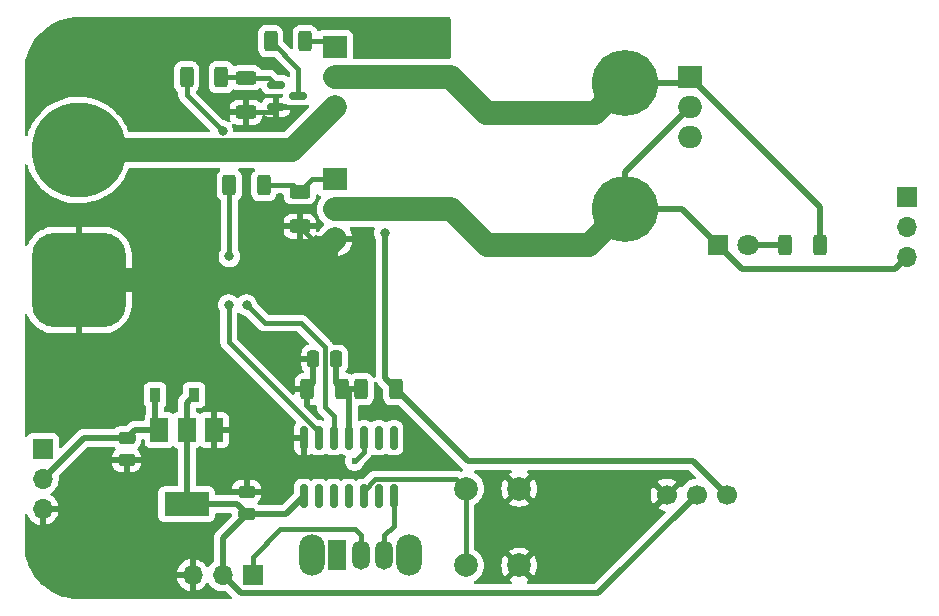
<source format=gbr>
%TF.GenerationSoftware,KiCad,Pcbnew,6.0.8-f2edbf62ab~116~ubuntu22.04.1*%
%TF.CreationDate,2022-10-27T13:18:31-04:00*%
%TF.ProjectId,discharger,64697363-6861-4726-9765-722e6b696361,rev?*%
%TF.SameCoordinates,Original*%
%TF.FileFunction,Copper,L1,Top*%
%TF.FilePolarity,Positive*%
%FSLAX46Y46*%
G04 Gerber Fmt 4.6, Leading zero omitted, Abs format (unit mm)*
G04 Created by KiCad (PCBNEW 6.0.8-f2edbf62ab~116~ubuntu22.04.1) date 2022-10-27 13:18:31*
%MOMM*%
%LPD*%
G01*
G04 APERTURE LIST*
G04 Aperture macros list*
%AMRoundRect*
0 Rectangle with rounded corners*
0 $1 Rounding radius*
0 $2 $3 $4 $5 $6 $7 $8 $9 X,Y pos of 4 corners*
0 Add a 4 corners polygon primitive as box body*
4,1,4,$2,$3,$4,$5,$6,$7,$8,$9,$2,$3,0*
0 Add four circle primitives for the rounded corners*
1,1,$1+$1,$2,$3*
1,1,$1+$1,$4,$5*
1,1,$1+$1,$6,$7*
1,1,$1+$1,$8,$9*
0 Add four rect primitives between the rounded corners*
20,1,$1+$1,$2,$3,$4,$5,0*
20,1,$1+$1,$4,$5,$6,$7,0*
20,1,$1+$1,$6,$7,$8,$9,0*
20,1,$1+$1,$8,$9,$2,$3,0*%
G04 Aperture macros list end*
%TA.AperFunction,SMDPad,CuDef*%
%ADD10RoundRect,0.250000X0.312500X0.625000X-0.312500X0.625000X-0.312500X-0.625000X0.312500X-0.625000X0*%
%TD*%
%TA.AperFunction,ComponentPad*%
%ADD11C,2.000000*%
%TD*%
%TA.AperFunction,ComponentPad*%
%ADD12R,1.700000X1.700000*%
%TD*%
%TA.AperFunction,ComponentPad*%
%ADD13O,1.700000X1.700000*%
%TD*%
%TA.AperFunction,ComponentPad*%
%ADD14C,1.700000*%
%TD*%
%TA.AperFunction,SMDPad,CuDef*%
%ADD15RoundRect,0.250000X-0.625000X0.312500X-0.625000X-0.312500X0.625000X-0.312500X0.625000X0.312500X0*%
%TD*%
%TA.AperFunction,SMDPad,CuDef*%
%ADD16RoundRect,0.250000X-0.312500X-0.625000X0.312500X-0.625000X0.312500X0.625000X-0.312500X0.625000X0*%
%TD*%
%TA.AperFunction,ComponentPad*%
%ADD17R,2.000000X1.905000*%
%TD*%
%TA.AperFunction,ComponentPad*%
%ADD18O,2.000000X1.905000*%
%TD*%
%TA.AperFunction,ComponentPad*%
%ADD19RoundRect,2.000000X2.000000X-2.000000X2.000000X2.000000X-2.000000X2.000000X-2.000000X-2.000000X0*%
%TD*%
%TA.AperFunction,ComponentPad*%
%ADD20C,8.000000*%
%TD*%
%TA.AperFunction,ComponentPad*%
%ADD21O,2.200000X3.500000*%
%TD*%
%TA.AperFunction,ComponentPad*%
%ADD22R,1.500000X2.500000*%
%TD*%
%TA.AperFunction,ComponentPad*%
%ADD23O,1.500000X2.500000*%
%TD*%
%TA.AperFunction,SMDPad,CuDef*%
%ADD24RoundRect,0.150000X-0.587500X-0.150000X0.587500X-0.150000X0.587500X0.150000X-0.587500X0.150000X0*%
%TD*%
%TA.AperFunction,SMDPad,CuDef*%
%ADD25RoundRect,0.250000X0.250000X0.475000X-0.250000X0.475000X-0.250000X-0.475000X0.250000X-0.475000X0*%
%TD*%
%TA.AperFunction,SMDPad,CuDef*%
%ADD26RoundRect,0.150000X0.150000X-0.825000X0.150000X0.825000X-0.150000X0.825000X-0.150000X-0.825000X0*%
%TD*%
%TA.AperFunction,SMDPad,CuDef*%
%ADD27RoundRect,0.250000X-0.475000X0.250000X-0.475000X-0.250000X0.475000X-0.250000X0.475000X0.250000X0*%
%TD*%
%TA.AperFunction,SMDPad,CuDef*%
%ADD28RoundRect,0.250000X0.475000X-0.250000X0.475000X0.250000X-0.475000X0.250000X-0.475000X-0.250000X0*%
%TD*%
%TA.AperFunction,ComponentPad*%
%ADD29C,5.600000*%
%TD*%
%TA.AperFunction,SMDPad,CuDef*%
%ADD30R,1.500000X2.000000*%
%TD*%
%TA.AperFunction,SMDPad,CuDef*%
%ADD31R,3.800000X2.000000*%
%TD*%
%TA.AperFunction,SMDPad,CuDef*%
%ADD32R,0.900000X1.200000*%
%TD*%
%TA.AperFunction,ComponentPad*%
%ADD33R,1.800000X1.800000*%
%TD*%
%TA.AperFunction,ComponentPad*%
%ADD34C,1.800000*%
%TD*%
%TA.AperFunction,ViaPad*%
%ADD35C,0.800000*%
%TD*%
%TA.AperFunction,ViaPad*%
%ADD36C,0.600000*%
%TD*%
%TA.AperFunction,Conductor*%
%ADD37C,0.508000*%
%TD*%
%TA.AperFunction,Conductor*%
%ADD38C,0.381000*%
%TD*%
%TA.AperFunction,Conductor*%
%ADD39C,2.032000*%
%TD*%
G04 APERTURE END LIST*
D10*
%TO.P,R10,1*%
%TO.N,Net-(Q2-Pad2)*%
X146553000Y-83820000D03*
%TO.P,R10,2*%
%TO.N,Net-(D2-Pad2)*%
X143628000Y-83820000D03*
%TD*%
%TO.P,R8,1*%
%TO.N,Net-(Q2-Pad1)*%
X103001000Y-66548000D03*
%TO.P,R8,2*%
%TO.N,Net-(Q1-Pad3)*%
X100076000Y-66548000D03*
%TD*%
D11*
%TO.P,START/STOP,1,1*%
%TO.N,Net-(SW2-Pad1)*%
X116622000Y-110946000D03*
X116622000Y-104446000D03*
%TO.P,START/STOP,2,2*%
%TO.N,GND*%
X121122000Y-104446000D03*
X121122000Y-110946000D03*
%TD*%
D12*
%TO.P,J5,1,Pin_1*%
%TO.N,unconnected-(J5-Pad1)*%
X153924000Y-79771000D03*
D13*
%TO.P,J5,2,Pin_2*%
%TO.N,+12V*%
X153924000Y-82311000D03*
%TO.P,J5,3,Pin_3*%
%TO.N,Net-(D2-Pad1)*%
X153924000Y-84851000D03*
%TD*%
D14*
%TO.P,J3,1,Pin_1*%
%TO.N,GND*%
X133604000Y-104971000D03*
%TO.P,J3,2,Pin_2*%
%TO.N,+3V3*%
X136144000Y-104971000D03*
%TO.P,J3,3,Pin_3*%
%TO.N,+BATT*%
X138684000Y-104971000D03*
%TD*%
D15*
%TO.P,R9,1*%
%TO.N,Net-(Q3-Pad1)*%
X102554500Y-79309500D03*
%TO.P,R9,2*%
%TO.N,GND*%
X102554500Y-82234500D03*
%TD*%
D16*
%TO.P,R4,1*%
%TO.N,/HS*%
X92964000Y-69596000D03*
%TO.P,R4,2*%
%TO.N,Net-(Q1-Pad1)*%
X95889000Y-69596000D03*
%TD*%
D17*
%TO.P,Q2,1,G*%
%TO.N,Net-(Q2-Pad1)*%
X105516500Y-67056000D03*
D18*
%TO.P,Q2,2,D*%
%TO.N,Net-(Q2-Pad2)*%
X105516500Y-69596000D03*
%TO.P,Q2,3,S*%
%TO.N,+BATT*%
X105516500Y-72136000D03*
%TD*%
D19*
%TO.P,J1,1,Pin_1*%
%TO.N,GND*%
X83820000Y-86780000D03*
D20*
%TO.P,J1,2,Pin_2*%
%TO.N,+BATT*%
X83820000Y-75780000D03*
%TD*%
D12*
%TO.P,J4,1,Pin_1*%
%TO.N,Net-(J4-Pad1)*%
X98552000Y-111760000D03*
D13*
%TO.P,J4,2,Pin_2*%
%TO.N,+3V3*%
X96012000Y-111760000D03*
%TO.P,J4,3,Pin_3*%
%TO.N,GND*%
X93472000Y-111760000D03*
%TD*%
D21*
%TO.P,SW1,*%
%TO.N,*%
X103596000Y-110025500D03*
X111796000Y-110025500D03*
D22*
%TO.P,SW1,1,A*%
%TO.N,/UPDI*%
X105696000Y-110025500D03*
D23*
%TO.P,SW1,2,B*%
%TO.N,Net-(J4-Pad1)*%
X107696000Y-110025500D03*
%TO.P,SW1,3,C*%
%TO.N,/TX*%
X109696000Y-110025500D03*
%TD*%
D15*
%TO.P,R5,1*%
%TO.N,Net-(Q1-Pad1)*%
X97982500Y-69657500D03*
%TO.P,R5,2*%
%TO.N,GND*%
X97982500Y-72582500D03*
%TD*%
D24*
%TO.P,Q1,1,G*%
%TO.N,Net-(Q1-Pad1)*%
X100522500Y-70236000D03*
%TO.P,Q1,2,S*%
%TO.N,GND*%
X100522500Y-72136000D03*
%TO.P,Q1,3,D*%
%TO.N,Net-(Q1-Pad3)*%
X102397500Y-71186000D03*
%TD*%
D10*
%TO.P,R3,1*%
%TO.N,Net-(C3-Pad1)*%
X106110500Y-96012000D03*
%TO.P,R3,2*%
%TO.N,GND*%
X103185500Y-96012000D03*
%TD*%
D25*
%TO.P,C3,1*%
%TO.N,Net-(C3-Pad1)*%
X105598000Y-93472000D03*
%TO.P,C3,2*%
%TO.N,GND*%
X103698000Y-93472000D03*
%TD*%
D26*
%TO.P,U2,1,VCC*%
%TO.N,+3V3*%
X102870000Y-105091000D03*
%TO.P,U2,2,PA4*%
%TO.N,unconnected-(U2-Pad2)*%
X104140000Y-105091000D03*
%TO.P,U2,3,PA5*%
%TO.N,unconnected-(U2-Pad3)*%
X105410000Y-105091000D03*
%TO.P,U2,4,PA6*%
%TO.N,unconnected-(U2-Pad4)*%
X106680000Y-105091000D03*
%TO.P,U2,5,PA7*%
%TO.N,Net-(SW2-Pad1)*%
X107950000Y-105091000D03*
%TO.P,U2,6,PB3*%
%TO.N,unconnected-(U2-Pad6)*%
X109220000Y-105091000D03*
%TO.P,U2,7,PB2*%
%TO.N,/TX*%
X110490000Y-105091000D03*
%TO.P,U2,8,PB1*%
%TO.N,unconnected-(U2-Pad8)*%
X110490000Y-100141000D03*
%TO.P,U2,9,PB0*%
%TO.N,unconnected-(U2-Pad9)*%
X109220000Y-100141000D03*
%TO.P,U2,10,~{RESET}/PA0*%
%TO.N,Net-(R1-Pad1)*%
X107950000Y-100141000D03*
%TO.P,U2,11,PA1*%
%TO.N,Net-(C3-Pad1)*%
X106680000Y-100141000D03*
%TO.P,U2,12,PA2*%
%TO.N,/HS*%
X105410000Y-100141000D03*
%TO.P,U2,13,PA3*%
%TO.N,/LS*%
X104140000Y-100141000D03*
%TO.P,U2,14,GND*%
%TO.N,GND*%
X102870000Y-100141000D03*
%TD*%
D27*
%TO.P,C1,1*%
%TO.N,Net-(C1-Pad1)*%
X87884000Y-100142000D03*
%TO.P,C1,2*%
%TO.N,GND*%
X87884000Y-102042000D03*
%TD*%
D28*
%TO.P,C2,1*%
%TO.N,+3V3*%
X98044000Y-106614000D03*
%TO.P,C2,2*%
%TO.N,GND*%
X98044000Y-104714000D03*
%TD*%
D29*
%TO.P,TP1,1,1*%
%TO.N,Net-(Q2-Pad2)*%
X130048000Y-70104000D03*
%TD*%
D10*
%TO.P,R2,1*%
%TO.N,+BATT*%
X110682500Y-96012000D03*
%TO.P,R2,2*%
%TO.N,Net-(C3-Pad1)*%
X107757500Y-96012000D03*
%TD*%
D17*
%TO.P,Q3,1,G*%
%TO.N,Net-(Q3-Pad1)*%
X105516500Y-78232000D03*
D18*
%TO.P,Q3,2,D*%
%TO.N,Net-(D2-Pad1)*%
X105516500Y-80772000D03*
%TO.P,Q3,3,S*%
%TO.N,GND*%
X105516500Y-83312000D03*
%TD*%
D30*
%TO.P,U1,1,GND*%
%TO.N,GND*%
X95264000Y-99466000D03*
D31*
%TO.P,U1,2,VO*%
%TO.N,+3V3*%
X92964000Y-105766000D03*
D30*
X92964000Y-99466000D03*
%TO.P,U1,3,VI*%
%TO.N,Net-(C1-Pad1)*%
X90664000Y-99466000D03*
%TD*%
D12*
%TO.P,J2,1,Pin_1*%
%TO.N,unconnected-(J2-Pad1)*%
X80772000Y-101092000D03*
D13*
%TO.P,J2,2,Pin_2*%
%TO.N,Net-(C1-Pad1)*%
X80772000Y-103632000D03*
%TO.P,J2,3,Pin_3*%
%TO.N,GND*%
X80772000Y-106172000D03*
%TD*%
D16*
%TO.P,R6,1*%
%TO.N,/LS*%
X96581500Y-78740000D03*
%TO.P,R6,2*%
%TO.N,Net-(Q3-Pad1)*%
X99506500Y-78740000D03*
%TD*%
D17*
%TO.P,U3,1,IN*%
%TO.N,Net-(Q2-Pad2)*%
X135550000Y-69596000D03*
D18*
%TO.P,U3,2,GND*%
%TO.N,Net-(D2-Pad1)*%
X135550000Y-72136000D03*
%TO.P,U3,3,OUT*%
%TO.N,+12V*%
X135550000Y-74676000D03*
%TD*%
D32*
%TO.P,D1,1,K*%
%TO.N,Net-(C1-Pad1)*%
X90298000Y-96520000D03*
%TO.P,D1,2,A*%
%TO.N,+3V3*%
X93598000Y-96520000D03*
%TD*%
D33*
%TO.P,D2,1,K*%
%TO.N,Net-(D2-Pad1)*%
X137917000Y-83820000D03*
D34*
%TO.P,D2,2,A*%
%TO.N,Net-(D2-Pad2)*%
X140457000Y-83820000D03*
%TD*%
D29*
%TO.P,TP2,1,1*%
%TO.N,Net-(D2-Pad1)*%
X130048000Y-80772000D03*
%TD*%
D35*
%TO.N,GND*%
X87884000Y-103632000D03*
X100076000Y-73660000D03*
X94996000Y-101600000D03*
X103124000Y-102616000D03*
X102108000Y-93980000D03*
X98552000Y-103124000D03*
%TO.N,+BATT*%
X109728000Y-82804000D03*
D36*
%TO.N,Net-(R1-Pad1)*%
X107188000Y-102108000D03*
D35*
%TO.N,/HS*%
X98044000Y-88900000D03*
X96012000Y-74164500D03*
%TO.N,/LS*%
X96581500Y-84774500D03*
X96520000Y-88900000D03*
%TD*%
D37*
%TO.N,+BATT*%
X138684000Y-104971000D02*
X135821000Y-102108000D01*
X135821000Y-102108000D02*
X116778500Y-102108000D01*
X116778500Y-102108000D02*
X110682500Y-96012000D01*
D38*
%TO.N,GND*%
X102554500Y-82234500D02*
X102554500Y-82296000D01*
X102554500Y-82296000D02*
X103570500Y-83312000D01*
X97982500Y-72582500D02*
X100076000Y-72582500D01*
D39*
X83820000Y-86780000D02*
X102048500Y-86780000D01*
D37*
X103698000Y-93472000D02*
X103698000Y-95499500D01*
D38*
X100076000Y-72582500D02*
X100522500Y-72136000D01*
D37*
X103698000Y-95499500D02*
X103185500Y-96012000D01*
D38*
X103570500Y-83312000D02*
X105516500Y-83312000D01*
D39*
X102048500Y-86780000D02*
X105516500Y-83312000D01*
D37*
%TO.N,+3V3*%
X92964000Y-99466000D02*
X92964000Y-105766000D01*
X92964000Y-99466000D02*
X92964000Y-97154000D01*
X98044000Y-106614000D02*
X101347000Y-106614000D01*
X127831000Y-113284000D02*
X136144000Y-104971000D01*
X92964000Y-97154000D02*
X93598000Y-96520000D01*
X96012000Y-108646000D02*
X98044000Y-106614000D01*
X92964000Y-105766000D02*
X97196000Y-105766000D01*
X97196000Y-105766000D02*
X98044000Y-106614000D01*
X101347000Y-106614000D02*
X102870000Y-105091000D01*
X96012000Y-111760000D02*
X97536000Y-113284000D01*
X97536000Y-113284000D02*
X127831000Y-113284000D01*
X96012000Y-111760000D02*
X96012000Y-108646000D01*
%TO.N,Net-(C3-Pad1)*%
X107757500Y-96012000D02*
X106680000Y-96012000D01*
X105598000Y-93472000D02*
X105598000Y-95499500D01*
X105598000Y-95499500D02*
X106110500Y-96012000D01*
X106680000Y-96012000D02*
X106110500Y-96012000D01*
X106680000Y-100141000D02*
X106680000Y-96012000D01*
%TO.N,Net-(D2-Pad1)*%
X134869000Y-80772000D02*
X137917000Y-83820000D01*
D39*
X105516500Y-80772000D02*
X115316000Y-80772000D01*
X115316000Y-80772000D02*
X118364000Y-83820000D01*
D37*
X130048000Y-80772000D02*
X130048000Y-77638000D01*
D39*
X118364000Y-83820000D02*
X127000000Y-83820000D01*
D37*
X130048000Y-80772000D02*
X134869000Y-80772000D01*
D39*
X127000000Y-83820000D02*
X130048000Y-80772000D01*
D37*
X152923000Y-85852000D02*
X153924000Y-84851000D01*
X139949000Y-85852000D02*
X152923000Y-85852000D01*
X130048000Y-77638000D02*
X135550000Y-72136000D01*
X137917000Y-83820000D02*
X139949000Y-85852000D01*
%TO.N,Net-(D2-Pad2)*%
X140457000Y-83820000D02*
X143628000Y-83820000D01*
D39*
%TO.N,+BATT*%
X83820000Y-75780000D02*
X101872500Y-75780000D01*
D37*
X109728000Y-95057500D02*
X110682500Y-96012000D01*
X109728000Y-82804000D02*
X109728000Y-95057500D01*
D39*
X101872500Y-75780000D02*
X105516500Y-72136000D01*
D37*
%TO.N,Net-(C1-Pad1)*%
X80772000Y-103632000D02*
X84262000Y-100142000D01*
X88560000Y-99466000D02*
X87884000Y-100142000D01*
X90298000Y-96520000D02*
X90298000Y-99100000D01*
X84262000Y-100142000D02*
X87884000Y-100142000D01*
X90664000Y-99466000D02*
X88560000Y-99466000D01*
X90298000Y-99100000D02*
X90664000Y-99466000D01*
D38*
%TO.N,/TX*%
X109696000Y-108394500D02*
X109696000Y-110025500D01*
X110490000Y-105091000D02*
X110490000Y-107600500D01*
X110490000Y-107600500D02*
X109696000Y-108394500D01*
%TO.N,Net-(J4-Pad1)*%
X107186500Y-107885000D02*
X100903000Y-107885000D01*
X98552000Y-110236000D02*
X98552000Y-111760000D01*
X100903000Y-107885000D02*
X98552000Y-110236000D01*
X107696000Y-110025500D02*
X107696000Y-108394500D01*
X107696000Y-108394500D02*
X107186500Y-107885000D01*
%TO.N,Net-(Q2-Pad1)*%
X105008500Y-66548000D02*
X105516500Y-67056000D01*
X103001000Y-66548000D02*
X105008500Y-66548000D01*
D39*
%TO.N,Net-(Q2-Pad2)*%
X118332001Y-72612001D02*
X127539999Y-72612001D01*
D37*
X130048000Y-70104000D02*
X135042000Y-70104000D01*
X146553000Y-80599000D02*
X135550000Y-69596000D01*
D39*
X127539999Y-72612001D02*
X130048000Y-70104000D01*
D37*
X135042000Y-70104000D02*
X135550000Y-69596000D01*
X146553000Y-83820000D02*
X146553000Y-80599000D01*
D39*
X105516500Y-69596000D02*
X115316000Y-69596000D01*
X115316000Y-69596000D02*
X118332001Y-72612001D01*
D38*
%TO.N,Net-(Q3-Pad1)*%
X103570500Y-78232000D02*
X105516500Y-78232000D01*
X101985000Y-78740000D02*
X99506500Y-78740000D01*
X102554500Y-79309500D02*
X102554500Y-79248000D01*
X102554500Y-79248000D02*
X103570500Y-78232000D01*
X102554500Y-79309500D02*
X101985000Y-78740000D01*
%TO.N,Net-(R1-Pad1)*%
X107950000Y-101346000D02*
X107188000Y-102108000D01*
X107950000Y-100141000D02*
X107950000Y-101346000D01*
%TO.N,/HS*%
X105410000Y-100141000D02*
X105410000Y-98298000D01*
X92964000Y-69596000D02*
X92964000Y-71116500D01*
X102616000Y-90424000D02*
X99568000Y-90424000D01*
X92964000Y-71116500D02*
X96012000Y-74164500D01*
X99568000Y-90424000D02*
X98044000Y-88900000D01*
X104663882Y-97551882D02*
X104663882Y-92471882D01*
X104663882Y-92471882D02*
X102616000Y-90424000D01*
X105410000Y-98298000D02*
X104663882Y-97551882D01*
%TO.N,/LS*%
X96520000Y-92051618D02*
X104140000Y-99671618D01*
X96520000Y-88900000D02*
X96520000Y-92051618D01*
X96581500Y-78740000D02*
X96581500Y-84774500D01*
X104140000Y-99671618D02*
X104140000Y-100141000D01*
%TO.N,Net-(Q1-Pad1)*%
X97921000Y-69596000D02*
X97982500Y-69657500D01*
X97982500Y-69657500D02*
X99944000Y-69657500D01*
X99944000Y-69657500D02*
X100522500Y-70236000D01*
X95889000Y-69596000D02*
X97921000Y-69596000D01*
%TO.N,Net-(SW2-Pad1)*%
X108939618Y-103632000D02*
X115808000Y-103632000D01*
X107950000Y-105091000D02*
X107950000Y-104621618D01*
X116622000Y-104446000D02*
X116622000Y-110946000D01*
X107950000Y-104621618D02*
X108939618Y-103632000D01*
X115808000Y-103632000D02*
X116622000Y-104446000D01*
%TO.N,Net-(Q1-Pad3)*%
X100076000Y-66548000D02*
X102397500Y-68869500D01*
X102397500Y-68869500D02*
X102397500Y-71186000D01*
%TD*%
%TA.AperFunction,Conductor*%
%TO.N,GND*%
G36*
X89347621Y-100248502D02*
G01*
X89394114Y-100302158D01*
X89405500Y-100354500D01*
X89405500Y-100514134D01*
X89412255Y-100576316D01*
X89463385Y-100712705D01*
X89550739Y-100829261D01*
X89667295Y-100916615D01*
X89803684Y-100967745D01*
X89865866Y-100974500D01*
X91462134Y-100974500D01*
X91524316Y-100967745D01*
X91660705Y-100916615D01*
X91676870Y-100904500D01*
X91738435Y-100858360D01*
X91804942Y-100833512D01*
X91874324Y-100848565D01*
X91889565Y-100858360D01*
X91951130Y-100904500D01*
X91967295Y-100916615D01*
X91975703Y-100919767D01*
X92096286Y-100964972D01*
X92096289Y-100964973D01*
X92103684Y-100967745D01*
X92106570Y-100968058D01*
X92166291Y-101002175D01*
X92199113Y-101065130D01*
X92201500Y-101089542D01*
X92201500Y-104131500D01*
X92181498Y-104199621D01*
X92127842Y-104246114D01*
X92075500Y-104257500D01*
X91015866Y-104257500D01*
X90953684Y-104264255D01*
X90817295Y-104315385D01*
X90700739Y-104402739D01*
X90613385Y-104519295D01*
X90562255Y-104655684D01*
X90555500Y-104717866D01*
X90555500Y-106814134D01*
X90562255Y-106876316D01*
X90613385Y-107012705D01*
X90700739Y-107129261D01*
X90817295Y-107216615D01*
X90953684Y-107267745D01*
X91015866Y-107274500D01*
X94912134Y-107274500D01*
X94974316Y-107267745D01*
X95110705Y-107216615D01*
X95227261Y-107129261D01*
X95314615Y-107012705D01*
X95365745Y-106876316D01*
X95372500Y-106814134D01*
X95372500Y-106654500D01*
X95392502Y-106586379D01*
X95446158Y-106539886D01*
X95498500Y-106528500D01*
X96684500Y-106528500D01*
X96752621Y-106548502D01*
X96799114Y-106602158D01*
X96810500Y-106654500D01*
X96810500Y-106716972D01*
X96790498Y-106785093D01*
X96773595Y-106806067D01*
X95520472Y-108059190D01*
X95506059Y-108071577D01*
X95488436Y-108084546D01*
X95483692Y-108090129D01*
X95483693Y-108090129D01*
X95454021Y-108125055D01*
X95447091Y-108132571D01*
X95441347Y-108138315D01*
X95439073Y-108141189D01*
X95439067Y-108141196D01*
X95423628Y-108160711D01*
X95420837Y-108164115D01*
X95378055Y-108214472D01*
X95378052Y-108214476D01*
X95373316Y-108220051D01*
X95369988Y-108226568D01*
X95366611Y-108231632D01*
X95363384Y-108236856D01*
X95358840Y-108242600D01*
X95355741Y-108249231D01*
X95327768Y-108309082D01*
X95325837Y-108313033D01*
X95292457Y-108378404D01*
X95290716Y-108385519D01*
X95288579Y-108391265D01*
X95286655Y-108397048D01*
X95283556Y-108403679D01*
X95271382Y-108462212D01*
X95268608Y-108475547D01*
X95267639Y-108479829D01*
X95250196Y-108551112D01*
X95249500Y-108562330D01*
X95249461Y-108562328D01*
X95249228Y-108566229D01*
X95248839Y-108570588D01*
X95247348Y-108577756D01*
X95247546Y-108585073D01*
X95249454Y-108655577D01*
X95249500Y-108658986D01*
X95249500Y-110570658D01*
X95229498Y-110638779D01*
X95199153Y-110671418D01*
X95111100Y-110737530D01*
X95106965Y-110740635D01*
X95103393Y-110744373D01*
X95013280Y-110838671D01*
X94952629Y-110902138D01*
X94949715Y-110906410D01*
X94949714Y-110906411D01*
X94844898Y-111060066D01*
X94789987Y-111105069D01*
X94719462Y-111113240D01*
X94655715Y-111081986D01*
X94635018Y-111057502D01*
X94554426Y-110932926D01*
X94548136Y-110924757D01*
X94404806Y-110767240D01*
X94397273Y-110760215D01*
X94230139Y-110628222D01*
X94221552Y-110622517D01*
X94035117Y-110519599D01*
X94025705Y-110515369D01*
X93824959Y-110444280D01*
X93814988Y-110441646D01*
X93743837Y-110428972D01*
X93730540Y-110430432D01*
X93726000Y-110444989D01*
X93726000Y-113078517D01*
X93730064Y-113092359D01*
X93743478Y-113094393D01*
X93750184Y-113093534D01*
X93760262Y-113091392D01*
X93964255Y-113030191D01*
X93973842Y-113026433D01*
X94165095Y-112932739D01*
X94173945Y-112927464D01*
X94347328Y-112803792D01*
X94355200Y-112797139D01*
X94506052Y-112646812D01*
X94512730Y-112638965D01*
X94640022Y-112461819D01*
X94641279Y-112462722D01*
X94688373Y-112419362D01*
X94758311Y-112407145D01*
X94823751Y-112434678D01*
X94851579Y-112466511D01*
X94869310Y-112495445D01*
X94911987Y-112565088D01*
X95058250Y-112733938D01*
X95230126Y-112876632D01*
X95423000Y-112989338D01*
X95631692Y-113069030D01*
X95636760Y-113070061D01*
X95636763Y-113070062D01*
X95731862Y-113089410D01*
X95850597Y-113113567D01*
X95855772Y-113113757D01*
X95855774Y-113113757D01*
X96068673Y-113121564D01*
X96068677Y-113121564D01*
X96073837Y-113121753D01*
X96078957Y-113121097D01*
X96078959Y-113121097D01*
X96208893Y-113104452D01*
X96279003Y-113115637D01*
X96313998Y-113140336D01*
X96750067Y-113576405D01*
X96784093Y-113638717D01*
X96779028Y-113709532D01*
X96736481Y-113766368D01*
X96669961Y-113791179D01*
X96660972Y-113791500D01*
X83869367Y-113791500D01*
X83849982Y-113790000D01*
X83835149Y-113787690D01*
X83835145Y-113787690D01*
X83826276Y-113786309D01*
X83805817Y-113788984D01*
X83783992Y-113789928D01*
X83427063Y-113774344D01*
X83416114Y-113773386D01*
X83031621Y-113722767D01*
X83020795Y-113720858D01*
X82642178Y-113636920D01*
X82631561Y-113634075D01*
X82448654Y-113576405D01*
X82261698Y-113517458D01*
X82251385Y-113513705D01*
X81893068Y-113365285D01*
X81883124Y-113360647D01*
X81539132Y-113181576D01*
X81529613Y-113176081D01*
X81473505Y-113140336D01*
X81202532Y-112967708D01*
X81193528Y-112961403D01*
X80885862Y-112725322D01*
X80877442Y-112718257D01*
X80714545Y-112568990D01*
X80591513Y-112456252D01*
X80583744Y-112448483D01*
X80437582Y-112288974D01*
X80335994Y-112178110D01*
X80321743Y-112162558D01*
X80314678Y-112154138D01*
X80217863Y-112027966D01*
X92140257Y-112027966D01*
X92170565Y-112162446D01*
X92173645Y-112172275D01*
X92253770Y-112369603D01*
X92258413Y-112378794D01*
X92369694Y-112560388D01*
X92375777Y-112568699D01*
X92515213Y-112729667D01*
X92522580Y-112736883D01*
X92686434Y-112872916D01*
X92694881Y-112878831D01*
X92878756Y-112986279D01*
X92888042Y-112990729D01*
X93087001Y-113066703D01*
X93096899Y-113069579D01*
X93200250Y-113090606D01*
X93214299Y-113089410D01*
X93218000Y-113079065D01*
X93218000Y-112032115D01*
X93213525Y-112016876D01*
X93212135Y-112015671D01*
X93204452Y-112014000D01*
X92155225Y-112014000D01*
X92141694Y-112017973D01*
X92140257Y-112027966D01*
X80217863Y-112027966D01*
X80078597Y-111846472D01*
X80072292Y-111837468D01*
X79863919Y-111510387D01*
X79858423Y-111500867D01*
X79854944Y-111494183D01*
X92136389Y-111494183D01*
X92137912Y-111502607D01*
X92150292Y-111506000D01*
X93199885Y-111506000D01*
X93215124Y-111501525D01*
X93216329Y-111500135D01*
X93218000Y-111492452D01*
X93218000Y-110443102D01*
X93214082Y-110429758D01*
X93199806Y-110427771D01*
X93161324Y-110433660D01*
X93151288Y-110436051D01*
X92948868Y-110502212D01*
X92939359Y-110506209D01*
X92750463Y-110604542D01*
X92741738Y-110610036D01*
X92571433Y-110737905D01*
X92563726Y-110744748D01*
X92416590Y-110898717D01*
X92410104Y-110906727D01*
X92290098Y-111082649D01*
X92285000Y-111091623D01*
X92195338Y-111284783D01*
X92191775Y-111294470D01*
X92136389Y-111494183D01*
X79854944Y-111494183D01*
X79679353Y-111156876D01*
X79674711Y-111146923D01*
X79657375Y-111105069D01*
X79526295Y-110788615D01*
X79522539Y-110778294D01*
X79510830Y-110741155D01*
X79451794Y-110553919D01*
X79405925Y-110408439D01*
X79403080Y-110397822D01*
X79319142Y-110019205D01*
X79317233Y-110008379D01*
X79266614Y-109623886D01*
X79265656Y-109612936D01*
X79261130Y-109509266D01*
X79250561Y-109267206D01*
X79252188Y-109240805D01*
X79252769Y-109237352D01*
X79252770Y-109237345D01*
X79253576Y-109232552D01*
X79253729Y-109220000D01*
X79249773Y-109192376D01*
X79248500Y-109174514D01*
X79248500Y-106675019D01*
X79268502Y-106606898D01*
X79322158Y-106560405D01*
X79392432Y-106550301D01*
X79457012Y-106579795D01*
X79491243Y-106627615D01*
X79553770Y-106781603D01*
X79558413Y-106790794D01*
X79669694Y-106972388D01*
X79675777Y-106980699D01*
X79815213Y-107141667D01*
X79822580Y-107148883D01*
X79986434Y-107284916D01*
X79994881Y-107290831D01*
X80178756Y-107398279D01*
X80188042Y-107402729D01*
X80387001Y-107478703D01*
X80396899Y-107481579D01*
X80500250Y-107502606D01*
X80514299Y-107501410D01*
X80518000Y-107491065D01*
X80518000Y-107490517D01*
X81026000Y-107490517D01*
X81030064Y-107504359D01*
X81043478Y-107506393D01*
X81050184Y-107505534D01*
X81060262Y-107503392D01*
X81264255Y-107442191D01*
X81273842Y-107438433D01*
X81465095Y-107344739D01*
X81473945Y-107339464D01*
X81647328Y-107215792D01*
X81655200Y-107209139D01*
X81806052Y-107058812D01*
X81812730Y-107050965D01*
X81937003Y-106878020D01*
X81942313Y-106869183D01*
X82036670Y-106678267D01*
X82040469Y-106668672D01*
X82102377Y-106464910D01*
X82104555Y-106454837D01*
X82105986Y-106443962D01*
X82103775Y-106429778D01*
X82090617Y-106426000D01*
X81044115Y-106426000D01*
X81028876Y-106430475D01*
X81027671Y-106431865D01*
X81026000Y-106439548D01*
X81026000Y-107490517D01*
X80518000Y-107490517D01*
X80518000Y-106044000D01*
X80538002Y-105975879D01*
X80591658Y-105929386D01*
X80644000Y-105918000D01*
X82090344Y-105918000D01*
X82103875Y-105914027D01*
X82105180Y-105904947D01*
X82063214Y-105737875D01*
X82059894Y-105728124D01*
X81974972Y-105532814D01*
X81970105Y-105523739D01*
X81854426Y-105344926D01*
X81848136Y-105336757D01*
X81704806Y-105179240D01*
X81697273Y-105172215D01*
X81530139Y-105040222D01*
X81521556Y-105034520D01*
X81484602Y-105014120D01*
X81434631Y-104963687D01*
X81419859Y-104894245D01*
X81444975Y-104827839D01*
X81472327Y-104801232D01*
X81495797Y-104784491D01*
X81651860Y-104673173D01*
X81810096Y-104515489D01*
X81817296Y-104505470D01*
X81937435Y-104338277D01*
X81940453Y-104334077D01*
X81955956Y-104302710D01*
X82037136Y-104138453D01*
X82037137Y-104138451D01*
X82039430Y-104133811D01*
X82093644Y-103955373D01*
X82102865Y-103925023D01*
X82102865Y-103925021D01*
X82104370Y-103920069D01*
X82133529Y-103698590D01*
X82134652Y-103652646D01*
X82135074Y-103635365D01*
X82135074Y-103635361D01*
X82135156Y-103632000D01*
X82118300Y-103426975D01*
X82132653Y-103357446D01*
X82154781Y-103327557D01*
X83143243Y-102339095D01*
X86651001Y-102339095D01*
X86651338Y-102345614D01*
X86661257Y-102441206D01*
X86664149Y-102454600D01*
X86715588Y-102608784D01*
X86721761Y-102621962D01*
X86807063Y-102759807D01*
X86816099Y-102771208D01*
X86930829Y-102885739D01*
X86942240Y-102894751D01*
X87080243Y-102979816D01*
X87093424Y-102985963D01*
X87247710Y-103037138D01*
X87261086Y-103040005D01*
X87355438Y-103049672D01*
X87361854Y-103050000D01*
X87611885Y-103050000D01*
X87627124Y-103045525D01*
X87628329Y-103044135D01*
X87630000Y-103036452D01*
X87630000Y-103031884D01*
X88138000Y-103031884D01*
X88142475Y-103047123D01*
X88143865Y-103048328D01*
X88151548Y-103049999D01*
X88406095Y-103049999D01*
X88412614Y-103049662D01*
X88508206Y-103039743D01*
X88521600Y-103036851D01*
X88675784Y-102985412D01*
X88688962Y-102979239D01*
X88826807Y-102893937D01*
X88838208Y-102884901D01*
X88952739Y-102770171D01*
X88961751Y-102758760D01*
X89046816Y-102620757D01*
X89052963Y-102607576D01*
X89104138Y-102453290D01*
X89107005Y-102439914D01*
X89116672Y-102345562D01*
X89117000Y-102339146D01*
X89117000Y-102314115D01*
X89112525Y-102298876D01*
X89111135Y-102297671D01*
X89103452Y-102296000D01*
X88156115Y-102296000D01*
X88140876Y-102300475D01*
X88139671Y-102301865D01*
X88138000Y-102309548D01*
X88138000Y-103031884D01*
X87630000Y-103031884D01*
X87630000Y-102314115D01*
X87625525Y-102298876D01*
X87624135Y-102297671D01*
X87616452Y-102296000D01*
X86669116Y-102296000D01*
X86653877Y-102300475D01*
X86652672Y-102301865D01*
X86651001Y-102309548D01*
X86651001Y-102339095D01*
X83143243Y-102339095D01*
X84540933Y-100941405D01*
X84603245Y-100907379D01*
X84630028Y-100904500D01*
X86796614Y-100904500D01*
X86864735Y-100924502D01*
X86885632Y-100941327D01*
X86924439Y-100980067D01*
X86935697Y-100991305D01*
X86940235Y-100994102D01*
X86980824Y-101051353D01*
X86984054Y-101122276D01*
X86948428Y-101183687D01*
X86939932Y-101191062D01*
X86929793Y-101199098D01*
X86815261Y-101313829D01*
X86806249Y-101325240D01*
X86721184Y-101463243D01*
X86715037Y-101476424D01*
X86663862Y-101630710D01*
X86660995Y-101644086D01*
X86651328Y-101738438D01*
X86651000Y-101744855D01*
X86651000Y-101769885D01*
X86655475Y-101785124D01*
X86656865Y-101786329D01*
X86664548Y-101788000D01*
X89098884Y-101788000D01*
X89114123Y-101783525D01*
X89115328Y-101782135D01*
X89116999Y-101774452D01*
X89116999Y-101744905D01*
X89116662Y-101738386D01*
X89106743Y-101642794D01*
X89103851Y-101629400D01*
X89052412Y-101475216D01*
X89046239Y-101462038D01*
X88960937Y-101324193D01*
X88951901Y-101312792D01*
X88837172Y-101198262D01*
X88828238Y-101191206D01*
X88787177Y-101133288D01*
X88783947Y-101062365D01*
X88819574Y-101000954D01*
X88827407Y-100994154D01*
X88833348Y-100990478D01*
X88958305Y-100865303D01*
X88962778Y-100858047D01*
X89047275Y-100720968D01*
X89047276Y-100720966D01*
X89051115Y-100714738D01*
X89106797Y-100546861D01*
X89117500Y-100442400D01*
X89117500Y-100354500D01*
X89137502Y-100286379D01*
X89191158Y-100239886D01*
X89243500Y-100228500D01*
X89279500Y-100228500D01*
X89347621Y-100248502D01*
G37*
%TD.AperFunction*%
%TA.AperFunction,Conductor*%
G36*
X120428209Y-102890502D02*
G01*
X120474702Y-102944158D01*
X120484806Y-103014432D01*
X120455312Y-103079012D01*
X120425923Y-103103932D01*
X120263555Y-103203432D01*
X120254093Y-103213890D01*
X120257876Y-103222666D01*
X121109188Y-104073978D01*
X121123132Y-104081592D01*
X121124965Y-104081461D01*
X121131580Y-104077210D01*
X121983080Y-103225710D01*
X121989840Y-103213330D01*
X121984113Y-103205680D01*
X121818077Y-103103932D01*
X121770446Y-103051285D01*
X121758839Y-102981243D01*
X121786942Y-102916046D01*
X121845833Y-102876392D01*
X121883912Y-102870500D01*
X135452972Y-102870500D01*
X135521093Y-102890502D01*
X135542067Y-102907405D01*
X136043697Y-103409035D01*
X136077723Y-103471347D01*
X136072658Y-103542162D01*
X136030111Y-103598998D01*
X135973662Y-103622680D01*
X135828091Y-103644955D01*
X135615756Y-103714357D01*
X135417607Y-103817507D01*
X135413474Y-103820610D01*
X135413471Y-103820612D01*
X135243100Y-103948530D01*
X135238965Y-103951635D01*
X135084629Y-104113138D01*
X135081715Y-104117410D01*
X135081714Y-104117411D01*
X135055396Y-104155992D01*
X134993577Y-104246616D01*
X134976898Y-104271066D01*
X134921987Y-104316069D01*
X134851462Y-104324240D01*
X134787715Y-104292986D01*
X134767017Y-104268501D01*
X134737062Y-104222197D01*
X134726377Y-104212995D01*
X134716812Y-104217398D01*
X132850737Y-106083473D01*
X132843977Y-106095853D01*
X132849258Y-106102907D01*
X133010756Y-106197279D01*
X133020042Y-106201729D01*
X133219001Y-106277703D01*
X133228899Y-106280579D01*
X133437169Y-106322952D01*
X133499935Y-106356134D01*
X133534797Y-106417982D01*
X133530688Y-106488859D01*
X133501144Y-106535518D01*
X127552067Y-112484595D01*
X127489755Y-112518621D01*
X127462972Y-112521500D01*
X121883912Y-112521500D01*
X121815791Y-112501498D01*
X121769298Y-112447842D01*
X121759194Y-112377568D01*
X121788688Y-112312988D01*
X121818077Y-112288068D01*
X121980445Y-112188568D01*
X121989907Y-112178110D01*
X121986124Y-112169334D01*
X121134812Y-111318022D01*
X121120868Y-111310408D01*
X121119035Y-111310539D01*
X121112420Y-111314790D01*
X120260920Y-112166290D01*
X120254160Y-112178670D01*
X120259887Y-112186320D01*
X120425923Y-112288068D01*
X120473554Y-112340715D01*
X120485161Y-112410757D01*
X120457058Y-112475954D01*
X120398167Y-112515608D01*
X120360088Y-112521500D01*
X117384871Y-112521500D01*
X117316750Y-112501498D01*
X117270257Y-112447842D01*
X117260153Y-112377568D01*
X117289647Y-112312988D01*
X117319036Y-112288067D01*
X117511416Y-112170176D01*
X117667382Y-112036968D01*
X117688213Y-112019177D01*
X117691969Y-112015969D01*
X117846176Y-111835416D01*
X117848755Y-111831208D01*
X117848759Y-111831202D01*
X117967654Y-111637183D01*
X117970240Y-111632963D01*
X117972229Y-111628163D01*
X118059211Y-111418167D01*
X118059212Y-111418165D01*
X118061105Y-111413594D01*
X118089704Y-111294470D01*
X118115380Y-111187524D01*
X118115381Y-111187518D01*
X118116535Y-111182711D01*
X118134777Y-110950930D01*
X119609725Y-110950930D01*
X119627572Y-111177699D01*
X119629115Y-111187446D01*
X119682217Y-111408627D01*
X119685266Y-111418012D01*
X119772313Y-111628163D01*
X119776795Y-111636958D01*
X119879432Y-111804445D01*
X119889890Y-111813907D01*
X119898666Y-111810124D01*
X120749978Y-110958812D01*
X120756356Y-110947132D01*
X121486408Y-110947132D01*
X121486539Y-110948965D01*
X121490790Y-110955580D01*
X122342290Y-111807080D01*
X122354670Y-111813840D01*
X122362320Y-111808113D01*
X122467205Y-111636958D01*
X122471687Y-111628163D01*
X122558734Y-111418012D01*
X122561783Y-111408627D01*
X122614885Y-111187446D01*
X122616428Y-111177699D01*
X122634275Y-110950930D01*
X122634275Y-110941070D01*
X122616428Y-110714301D01*
X122614885Y-110704554D01*
X122561783Y-110483373D01*
X122558734Y-110473988D01*
X122471687Y-110263837D01*
X122467205Y-110255042D01*
X122364568Y-110087555D01*
X122354110Y-110078093D01*
X122345334Y-110081876D01*
X121494022Y-110933188D01*
X121486408Y-110947132D01*
X120756356Y-110947132D01*
X120757592Y-110944868D01*
X120757461Y-110943035D01*
X120753210Y-110936420D01*
X119901710Y-110084920D01*
X119889330Y-110078160D01*
X119881680Y-110083887D01*
X119776795Y-110255042D01*
X119772313Y-110263837D01*
X119685266Y-110473988D01*
X119682217Y-110483373D01*
X119629115Y-110704554D01*
X119627572Y-110714301D01*
X119609725Y-110941070D01*
X119609725Y-110950930D01*
X118134777Y-110950930D01*
X118135165Y-110946000D01*
X118116535Y-110709289D01*
X118107512Y-110671703D01*
X118072439Y-110525616D01*
X118061105Y-110478406D01*
X118051921Y-110456233D01*
X117972135Y-110263611D01*
X117972133Y-110263607D01*
X117970240Y-110259037D01*
X117924452Y-110184318D01*
X117848759Y-110060798D01*
X117848755Y-110060792D01*
X117846176Y-110056584D01*
X117691969Y-109876031D01*
X117686360Y-109871240D01*
X117515178Y-109725037D01*
X117511416Y-109721824D01*
X117498469Y-109713890D01*
X120254093Y-109713890D01*
X120257876Y-109722666D01*
X121109188Y-110573978D01*
X121123132Y-110581592D01*
X121124965Y-110581461D01*
X121131580Y-110577210D01*
X121983080Y-109725710D01*
X121989840Y-109713330D01*
X121984113Y-109705680D01*
X121812958Y-109600795D01*
X121804163Y-109596313D01*
X121594012Y-109509266D01*
X121584627Y-109506217D01*
X121363446Y-109453115D01*
X121353699Y-109451572D01*
X121126930Y-109433725D01*
X121117070Y-109433725D01*
X120890301Y-109451572D01*
X120880554Y-109453115D01*
X120659373Y-109506217D01*
X120649988Y-109509266D01*
X120439837Y-109596313D01*
X120431042Y-109600795D01*
X120263555Y-109703432D01*
X120254093Y-109713890D01*
X117498469Y-109713890D01*
X117460548Y-109690652D01*
X117381165Y-109642005D01*
X117333533Y-109589357D01*
X117321000Y-109534573D01*
X117321000Y-105857427D01*
X117341002Y-105789306D01*
X117381165Y-105749995D01*
X117481403Y-105688568D01*
X117497555Y-105678670D01*
X120254160Y-105678670D01*
X120259887Y-105686320D01*
X120431042Y-105791205D01*
X120439837Y-105795687D01*
X120649988Y-105882734D01*
X120659373Y-105885783D01*
X120880554Y-105938885D01*
X120890301Y-105940428D01*
X121117070Y-105958275D01*
X121126930Y-105958275D01*
X121353699Y-105940428D01*
X121363446Y-105938885D01*
X121584627Y-105885783D01*
X121594012Y-105882734D01*
X121804163Y-105795687D01*
X121812958Y-105791205D01*
X121980445Y-105688568D01*
X121989907Y-105678110D01*
X121986124Y-105669334D01*
X121134812Y-104818022D01*
X121120868Y-104810408D01*
X121119035Y-104810539D01*
X121112420Y-104814790D01*
X120260920Y-105666290D01*
X120254160Y-105678670D01*
X117497555Y-105678670D01*
X117511416Y-105670176D01*
X117691969Y-105515969D01*
X117702514Y-105503623D01*
X117728829Y-105472811D01*
X117846176Y-105335416D01*
X117848755Y-105331208D01*
X117848759Y-105331202D01*
X117967654Y-105137183D01*
X117970240Y-105132963D01*
X117972229Y-105128163D01*
X118059211Y-104918167D01*
X118059212Y-104918165D01*
X118061105Y-104913594D01*
X118090351Y-104791774D01*
X118115380Y-104687524D01*
X118115381Y-104687518D01*
X118116535Y-104682711D01*
X118134777Y-104450930D01*
X119609725Y-104450930D01*
X119627572Y-104677699D01*
X119629115Y-104687446D01*
X119682217Y-104908627D01*
X119685266Y-104918012D01*
X119772313Y-105128163D01*
X119776795Y-105136958D01*
X119879432Y-105304445D01*
X119889890Y-105313907D01*
X119898666Y-105310124D01*
X120749978Y-104458812D01*
X120756356Y-104447132D01*
X121486408Y-104447132D01*
X121486539Y-104448965D01*
X121490790Y-104455580D01*
X122342290Y-105307080D01*
X122354670Y-105313840D01*
X122362320Y-105308113D01*
X122467205Y-105136958D01*
X122471687Y-105128163D01*
X122548440Y-104942863D01*
X132242050Y-104942863D01*
X132254309Y-105155477D01*
X132255745Y-105165697D01*
X132302565Y-105373446D01*
X132305645Y-105383275D01*
X132385770Y-105580603D01*
X132390413Y-105589794D01*
X132470460Y-105720420D01*
X132480916Y-105729880D01*
X132489694Y-105726096D01*
X133231978Y-104983812D01*
X133239592Y-104969868D01*
X133239461Y-104968035D01*
X133235210Y-104961420D01*
X132493849Y-104220059D01*
X132482313Y-104213759D01*
X132470031Y-104223382D01*
X132422089Y-104293662D01*
X132417004Y-104302613D01*
X132327338Y-104495783D01*
X132323775Y-104505470D01*
X132266864Y-104710681D01*
X132264933Y-104720800D01*
X132242302Y-104932574D01*
X132242050Y-104942863D01*
X122548440Y-104942863D01*
X122558734Y-104918012D01*
X122561783Y-104908627D01*
X122614885Y-104687446D01*
X122616428Y-104677699D01*
X122634275Y-104450930D01*
X122634275Y-104441070D01*
X122616428Y-104214301D01*
X122614885Y-104204554D01*
X122561783Y-103983373D01*
X122558734Y-103973988D01*
X122506311Y-103847427D01*
X132845223Y-103847427D01*
X132851968Y-103859758D01*
X133591188Y-104598978D01*
X133605132Y-104606592D01*
X133606965Y-104606461D01*
X133613580Y-104602210D01*
X134357389Y-103858401D01*
X134364410Y-103845544D01*
X134357611Y-103836213D01*
X134353554Y-103833518D01*
X134167117Y-103730599D01*
X134157705Y-103726369D01*
X133956959Y-103655280D01*
X133946989Y-103652646D01*
X133737327Y-103615301D01*
X133727073Y-103614331D01*
X133514116Y-103611728D01*
X133503832Y-103612448D01*
X133293321Y-103644661D01*
X133283293Y-103647050D01*
X133080868Y-103713212D01*
X133071359Y-103717209D01*
X132882466Y-103815540D01*
X132873734Y-103821039D01*
X132853677Y-103836099D01*
X132845223Y-103847427D01*
X122506311Y-103847427D01*
X122471687Y-103763837D01*
X122467205Y-103755042D01*
X122364568Y-103587555D01*
X122354110Y-103578093D01*
X122345334Y-103581876D01*
X121494022Y-104433188D01*
X121486408Y-104447132D01*
X120756356Y-104447132D01*
X120757592Y-104444868D01*
X120757461Y-104443035D01*
X120753210Y-104436420D01*
X119901710Y-103584920D01*
X119889330Y-103578160D01*
X119881680Y-103583887D01*
X119776795Y-103755042D01*
X119772313Y-103763837D01*
X119685266Y-103973988D01*
X119682217Y-103983373D01*
X119629115Y-104204554D01*
X119627572Y-104214301D01*
X119609725Y-104441070D01*
X119609725Y-104450930D01*
X118134777Y-104450930D01*
X118135165Y-104446000D01*
X118116535Y-104209289D01*
X118114778Y-104201968D01*
X118071507Y-104021735D01*
X118061105Y-103978406D01*
X118059211Y-103973833D01*
X117972135Y-103763611D01*
X117972133Y-103763607D01*
X117970240Y-103759037D01*
X117946041Y-103719548D01*
X117848759Y-103560798D01*
X117848755Y-103560792D01*
X117846176Y-103556584D01*
X117691969Y-103376031D01*
X117511416Y-103221824D01*
X117319036Y-103103932D01*
X117271405Y-103051285D01*
X117259798Y-102981244D01*
X117287901Y-102916046D01*
X117346792Y-102876392D01*
X117384871Y-102870500D01*
X120360088Y-102870500D01*
X120428209Y-102890502D01*
G37*
%TD.AperFunction*%
%TA.AperFunction,Conductor*%
G36*
X79457010Y-77000930D02*
G01*
X79496204Y-77063542D01*
X79517207Y-77141924D01*
X79517211Y-77141936D01*
X79517949Y-77144691D01*
X79659340Y-77528980D01*
X79660565Y-77531560D01*
X79660568Y-77531567D01*
X79783782Y-77791054D01*
X79834979Y-77898874D01*
X79875471Y-77967342D01*
X80035833Y-78238500D01*
X80043418Y-78251326D01*
X80282944Y-78583436D01*
X80551584Y-78892471D01*
X80847126Y-79175886D01*
X80849344Y-79177656D01*
X80849349Y-79177661D01*
X80911779Y-79227498D01*
X81167139Y-79431349D01*
X81169520Y-79432919D01*
X81475861Y-79634913D01*
X81508989Y-79656757D01*
X81511519Y-79658113D01*
X81511518Y-79658113D01*
X81849519Y-79839348D01*
X81869860Y-79850255D01*
X82246784Y-80010250D01*
X82249522Y-80011129D01*
X82633931Y-80134549D01*
X82633935Y-80134550D01*
X82636657Y-80135424D01*
X82639447Y-80136048D01*
X82639452Y-80136049D01*
X83033477Y-80224125D01*
X83033488Y-80224127D01*
X83036271Y-80224749D01*
X83442335Y-80277487D01*
X83851509Y-80293206D01*
X83854371Y-80293056D01*
X83854372Y-80293056D01*
X84257566Y-80271926D01*
X84257573Y-80271925D01*
X84260422Y-80271776D01*
X84263245Y-80271369D01*
X84263247Y-80271369D01*
X84662889Y-80213780D01*
X84662896Y-80213779D01*
X84665711Y-80213373D01*
X85064038Y-80118478D01*
X85066736Y-80117570D01*
X85066743Y-80117568D01*
X85449414Y-79988785D01*
X85449420Y-79988783D01*
X85452126Y-79987872D01*
X85826779Y-79822630D01*
X85895200Y-79784704D01*
X86082664Y-79680791D01*
X86184914Y-79624113D01*
X86328711Y-79526389D01*
X86521198Y-79395575D01*
X86521200Y-79395573D01*
X86523583Y-79393954D01*
X86644275Y-79294816D01*
X86837779Y-79135870D01*
X86837783Y-79135867D01*
X86839998Y-79134047D01*
X86842036Y-79132038D01*
X86842043Y-79132031D01*
X87087161Y-78890311D01*
X87131555Y-78846533D01*
X87137261Y-78839781D01*
X87394008Y-78535963D01*
X87394013Y-78535957D01*
X87395854Y-78533778D01*
X87630719Y-78198356D01*
X87834217Y-77843027D01*
X87858012Y-77791054D01*
X88003485Y-77473316D01*
X88003488Y-77473307D01*
X88004674Y-77470718D01*
X88033575Y-77388648D01*
X88075068Y-77331039D01*
X88141120Y-77305008D01*
X88152421Y-77304500D01*
X95702488Y-77304500D01*
X95770609Y-77324502D01*
X95817102Y-77378158D01*
X95827206Y-77448432D01*
X95797712Y-77513012D01*
X95791661Y-77519518D01*
X95706021Y-77605308D01*
X95669695Y-77641697D01*
X95576885Y-77792262D01*
X95521203Y-77960139D01*
X95510500Y-78064600D01*
X95510500Y-79415400D01*
X95510837Y-79418646D01*
X95510837Y-79418650D01*
X95520336Y-79510195D01*
X95521474Y-79521166D01*
X95523655Y-79527702D01*
X95523655Y-79527704D01*
X95560960Y-79639521D01*
X95577450Y-79688946D01*
X95670522Y-79839348D01*
X95795697Y-79964305D01*
X95801927Y-79968145D01*
X95801928Y-79968146D01*
X95822616Y-79980898D01*
X95870109Y-80033670D01*
X95882500Y-80088158D01*
X95882500Y-84144721D01*
X95862498Y-84212842D01*
X95850141Y-84229025D01*
X95842460Y-84237556D01*
X95746973Y-84402944D01*
X95687958Y-84584572D01*
X95687268Y-84591133D01*
X95687268Y-84591135D01*
X95676114Y-84697259D01*
X95667996Y-84774500D01*
X95687958Y-84964428D01*
X95746973Y-85146056D01*
X95842460Y-85311444D01*
X95970247Y-85453366D01*
X96124748Y-85565618D01*
X96130776Y-85568302D01*
X96130778Y-85568303D01*
X96293181Y-85640609D01*
X96299212Y-85643294D01*
X96392612Y-85663147D01*
X96479556Y-85681628D01*
X96479561Y-85681628D01*
X96486013Y-85683000D01*
X96676987Y-85683000D01*
X96683439Y-85681628D01*
X96683444Y-85681628D01*
X96770388Y-85663147D01*
X96863788Y-85643294D01*
X96869819Y-85640609D01*
X97032222Y-85568303D01*
X97032224Y-85568302D01*
X97038252Y-85565618D01*
X97192753Y-85453366D01*
X97320540Y-85311444D01*
X97416027Y-85146056D01*
X97475042Y-84964428D01*
X97495004Y-84774500D01*
X97486886Y-84697259D01*
X97475732Y-84591135D01*
X97475732Y-84591133D01*
X97475042Y-84584572D01*
X97416027Y-84402944D01*
X97320540Y-84237556D01*
X97312863Y-84229030D01*
X97282147Y-84165024D01*
X97280500Y-84144721D01*
X97280500Y-83584194D01*
X104033073Y-83584194D01*
X104042610Y-83646515D01*
X104044999Y-83656543D01*
X104116398Y-83874988D01*
X104120395Y-83884497D01*
X104226511Y-84088344D01*
X104232005Y-84097069D01*
X104369993Y-84280852D01*
X104376836Y-84288559D01*
X104542991Y-84447339D01*
X104551001Y-84453826D01*
X104740847Y-84583330D01*
X104749821Y-84588429D01*
X104958269Y-84685187D01*
X104967956Y-84688750D01*
X105189408Y-84750165D01*
X105199530Y-84752096D01*
X105244487Y-84756901D01*
X105259108Y-84754253D01*
X105262353Y-84742412D01*
X105770500Y-84742412D01*
X105774825Y-84757141D01*
X105786611Y-84759202D01*
X105798204Y-84758249D01*
X105808366Y-84756567D01*
X106031271Y-84700578D01*
X106041019Y-84697259D01*
X106251789Y-84605615D01*
X106260864Y-84600749D01*
X106453827Y-84475915D01*
X106461998Y-84469622D01*
X106631980Y-84314950D01*
X106639006Y-84307417D01*
X106781445Y-84127056D01*
X106787150Y-84118469D01*
X106898214Y-83917278D01*
X106902444Y-83907866D01*
X106979159Y-83691232D01*
X106981793Y-83681261D01*
X106999147Y-83583837D01*
X106997687Y-83570540D01*
X106983130Y-83566000D01*
X105788615Y-83566000D01*
X105773376Y-83570475D01*
X105772171Y-83571865D01*
X105770500Y-83579548D01*
X105770500Y-84742412D01*
X105262353Y-84742412D01*
X105262500Y-84741876D01*
X105262500Y-83584115D01*
X105258025Y-83568876D01*
X105256635Y-83567671D01*
X105248952Y-83566000D01*
X104048404Y-83566000D01*
X104035060Y-83569918D01*
X104033073Y-83584194D01*
X97280500Y-83584194D01*
X97280500Y-82594095D01*
X101171501Y-82594095D01*
X101171838Y-82600614D01*
X101181757Y-82696206D01*
X101184649Y-82709600D01*
X101236088Y-82863784D01*
X101242261Y-82876962D01*
X101327563Y-83014807D01*
X101336599Y-83026208D01*
X101451329Y-83140739D01*
X101462740Y-83149751D01*
X101600743Y-83234816D01*
X101613924Y-83240963D01*
X101768210Y-83292138D01*
X101781586Y-83295005D01*
X101875938Y-83304672D01*
X101882354Y-83305000D01*
X102282385Y-83305000D01*
X102297624Y-83300525D01*
X102298829Y-83299135D01*
X102300500Y-83291452D01*
X102300500Y-82506615D01*
X102296025Y-82491376D01*
X102294635Y-82490171D01*
X102286952Y-82488500D01*
X101189616Y-82488500D01*
X101174377Y-82492975D01*
X101173172Y-82494365D01*
X101171501Y-82502048D01*
X101171501Y-82594095D01*
X97280500Y-82594095D01*
X97280500Y-81962385D01*
X101171500Y-81962385D01*
X101175975Y-81977624D01*
X101177365Y-81978829D01*
X101185048Y-81980500D01*
X102282385Y-81980500D01*
X102297624Y-81976025D01*
X102298829Y-81974635D01*
X102300500Y-81966952D01*
X102300500Y-81962385D01*
X102808500Y-81962385D01*
X102812975Y-81977624D01*
X102814365Y-81978829D01*
X102822048Y-81980500D01*
X103919384Y-81980500D01*
X103934623Y-81976025D01*
X103935828Y-81974635D01*
X103937499Y-81966952D01*
X103937499Y-81874905D01*
X103937162Y-81868386D01*
X103927243Y-81772794D01*
X103924351Y-81759400D01*
X103872912Y-81605216D01*
X103866739Y-81592038D01*
X103781437Y-81454193D01*
X103772401Y-81442792D01*
X103657671Y-81328261D01*
X103646260Y-81319249D01*
X103508257Y-81234184D01*
X103495076Y-81228037D01*
X103340790Y-81176862D01*
X103327414Y-81173995D01*
X103233062Y-81164328D01*
X103226645Y-81164000D01*
X102826615Y-81164000D01*
X102811376Y-81168475D01*
X102810171Y-81169865D01*
X102808500Y-81177548D01*
X102808500Y-81962385D01*
X102300500Y-81962385D01*
X102300500Y-81182116D01*
X102296025Y-81166877D01*
X102294635Y-81165672D01*
X102286952Y-81164001D01*
X101882405Y-81164001D01*
X101875886Y-81164338D01*
X101780294Y-81174257D01*
X101766900Y-81177149D01*
X101612716Y-81228588D01*
X101599538Y-81234761D01*
X101461693Y-81320063D01*
X101450292Y-81329099D01*
X101335761Y-81443829D01*
X101326749Y-81455240D01*
X101241684Y-81593243D01*
X101235537Y-81606424D01*
X101184362Y-81760710D01*
X101181495Y-81774086D01*
X101171828Y-81868438D01*
X101171500Y-81874855D01*
X101171500Y-81962385D01*
X97280500Y-81962385D01*
X97280500Y-80088042D01*
X97300502Y-80019921D01*
X97340196Y-79980899D01*
X97368348Y-79963478D01*
X97493305Y-79838303D01*
X97531179Y-79776861D01*
X97582275Y-79693968D01*
X97582276Y-79693966D01*
X97586115Y-79687738D01*
X97632543Y-79547761D01*
X97639632Y-79526389D01*
X97639632Y-79526387D01*
X97641797Y-79519861D01*
X97642788Y-79510195D01*
X97647216Y-79466973D01*
X97652500Y-79415400D01*
X97652500Y-78064600D01*
X97650961Y-78049767D01*
X97642238Y-77965692D01*
X97642237Y-77965688D01*
X97641526Y-77958834D01*
X97585550Y-77791054D01*
X97492478Y-77640652D01*
X97398941Y-77547278D01*
X97371288Y-77519673D01*
X97337209Y-77457390D01*
X97342212Y-77386570D01*
X97384709Y-77329698D01*
X97451208Y-77304829D01*
X97460306Y-77304500D01*
X98627488Y-77304500D01*
X98695609Y-77324502D01*
X98742102Y-77378158D01*
X98752206Y-77448432D01*
X98722712Y-77513012D01*
X98716661Y-77519518D01*
X98631021Y-77605308D01*
X98594695Y-77641697D01*
X98501885Y-77792262D01*
X98446203Y-77960139D01*
X98435500Y-78064600D01*
X98435500Y-79415400D01*
X98435837Y-79418646D01*
X98435837Y-79418650D01*
X98445336Y-79510195D01*
X98446474Y-79521166D01*
X98448655Y-79527702D01*
X98448655Y-79527704D01*
X98485960Y-79639521D01*
X98502450Y-79688946D01*
X98595522Y-79839348D01*
X98720697Y-79964305D01*
X98726927Y-79968145D01*
X98726928Y-79968146D01*
X98864090Y-80052694D01*
X98871262Y-80057115D01*
X98951005Y-80083564D01*
X99032611Y-80110632D01*
X99032613Y-80110632D01*
X99039139Y-80112797D01*
X99045975Y-80113497D01*
X99045978Y-80113498D01*
X99085704Y-80117568D01*
X99143600Y-80123500D01*
X99869400Y-80123500D01*
X99872646Y-80123163D01*
X99872650Y-80123163D01*
X99968308Y-80113238D01*
X99968312Y-80113237D01*
X99975166Y-80112526D01*
X99981702Y-80110345D01*
X99981704Y-80110345D01*
X100113806Y-80066272D01*
X100142946Y-80056550D01*
X100293348Y-79963478D01*
X100418305Y-79838303D01*
X100456179Y-79776861D01*
X100507275Y-79693968D01*
X100507276Y-79693966D01*
X100511115Y-79687738D01*
X100564982Y-79525333D01*
X100605412Y-79466973D01*
X100670977Y-79439736D01*
X100684575Y-79439000D01*
X101045000Y-79439000D01*
X101113121Y-79459002D01*
X101159614Y-79512658D01*
X101171000Y-79565000D01*
X101171000Y-79672400D01*
X101171337Y-79675646D01*
X101171337Y-79675650D01*
X101172437Y-79686245D01*
X101181974Y-79778166D01*
X101184155Y-79784702D01*
X101184155Y-79784704D01*
X101204112Y-79844521D01*
X101237950Y-79945946D01*
X101331022Y-80096348D01*
X101456197Y-80221305D01*
X101462427Y-80225145D01*
X101462428Y-80225146D01*
X101599590Y-80309694D01*
X101606762Y-80314115D01*
X101671073Y-80335446D01*
X101768111Y-80367632D01*
X101768113Y-80367632D01*
X101774639Y-80369797D01*
X101781475Y-80370497D01*
X101781478Y-80370498D01*
X101824531Y-80374909D01*
X101879100Y-80380500D01*
X103229900Y-80380500D01*
X103233146Y-80380163D01*
X103233150Y-80380163D01*
X103328808Y-80370238D01*
X103328812Y-80370237D01*
X103335666Y-80369526D01*
X103342202Y-80367345D01*
X103342204Y-80367345D01*
X103474306Y-80323272D01*
X103503446Y-80313550D01*
X103653848Y-80220478D01*
X103778805Y-80095303D01*
X103816796Y-80033670D01*
X103867775Y-79950968D01*
X103867776Y-79950966D01*
X103871615Y-79944738D01*
X103908637Y-79833120D01*
X103925132Y-79783389D01*
X103925132Y-79783387D01*
X103927297Y-79776861D01*
X103938000Y-79672400D01*
X103938000Y-79634913D01*
X103958002Y-79566792D01*
X104011658Y-79520299D01*
X104081932Y-79510195D01*
X104146512Y-79539689D01*
X104148753Y-79541776D01*
X104153239Y-79547761D01*
X104269795Y-79635115D01*
X104278199Y-79638265D01*
X104280492Y-79639521D01*
X104330637Y-79689780D01*
X104345650Y-79759171D01*
X104317346Y-79830015D01*
X104260585Y-79899116D01*
X104137183Y-80111142D01*
X104132569Y-80123163D01*
X104058597Y-80315868D01*
X104049268Y-80340170D01*
X104048234Y-80345120D01*
X104048233Y-80345123D01*
X104028790Y-80438192D01*
X103999100Y-80580308D01*
X103987972Y-80825377D01*
X104016168Y-81069074D01*
X104082965Y-81305127D01*
X104134804Y-81416296D01*
X104152964Y-81455240D01*
X104186642Y-81527464D01*
X104324534Y-81730365D01*
X104493092Y-81908610D01*
X104535379Y-81940941D01*
X104562275Y-81961505D01*
X104604242Y-82018770D01*
X104608587Y-82089634D01*
X104570544Y-82154795D01*
X104401020Y-82309050D01*
X104393994Y-82316583D01*
X104251555Y-82496944D01*
X104245850Y-82505531D01*
X104173808Y-82636034D01*
X104123376Y-82686004D01*
X104053933Y-82700776D01*
X103987527Y-82675660D01*
X103945243Y-82618629D01*
X103937500Y-82575140D01*
X103937500Y-82506615D01*
X103933025Y-82491376D01*
X103931635Y-82490171D01*
X103923952Y-82488500D01*
X102826615Y-82488500D01*
X102811376Y-82492975D01*
X102810171Y-82494365D01*
X102808500Y-82502048D01*
X102808500Y-83286884D01*
X102812975Y-83302123D01*
X102814365Y-83303328D01*
X102822048Y-83304999D01*
X103226595Y-83304999D01*
X103233114Y-83304662D01*
X103328706Y-83294743D01*
X103342100Y-83291851D01*
X103496284Y-83240412D01*
X103509462Y-83234239D01*
X103647307Y-83148937D01*
X103658708Y-83139901D01*
X103773239Y-83025171D01*
X103782251Y-83013759D01*
X103800877Y-82983542D01*
X103853649Y-82936047D01*
X103923720Y-82924623D01*
X103988844Y-82952896D01*
X104028345Y-83011889D01*
X104033386Y-83035908D01*
X104035313Y-83053459D01*
X104049870Y-83058000D01*
X106984596Y-83058000D01*
X106997940Y-83054082D01*
X106999927Y-83039806D01*
X106990390Y-82977485D01*
X106988001Y-82967457D01*
X106916602Y-82749012D01*
X106912605Y-82739503D01*
X106806489Y-82535656D01*
X106800996Y-82526933D01*
X106779387Y-82498152D01*
X106754482Y-82431667D01*
X106769475Y-82362271D01*
X106819606Y-82311998D01*
X106880148Y-82296500D01*
X108764220Y-82296500D01*
X108832341Y-82316502D01*
X108878834Y-82370158D01*
X108888938Y-82440432D01*
X108884054Y-82461432D01*
X108834458Y-82614072D01*
X108814496Y-82804000D01*
X108815186Y-82810565D01*
X108828375Y-82936047D01*
X108834458Y-82993928D01*
X108893473Y-83175556D01*
X108896776Y-83181278D01*
X108896777Y-83181279D01*
X108948619Y-83271071D01*
X108965500Y-83334071D01*
X108965500Y-94949574D01*
X108945498Y-95017695D01*
X108891842Y-95064188D01*
X108821568Y-95074292D01*
X108756988Y-95044798D01*
X108732356Y-95015877D01*
X108672332Y-94918880D01*
X108668478Y-94912652D01*
X108543303Y-94787695D01*
X108514975Y-94770233D01*
X108398968Y-94698725D01*
X108398966Y-94698724D01*
X108392738Y-94694885D01*
X108312995Y-94668436D01*
X108231389Y-94641368D01*
X108231387Y-94641368D01*
X108224861Y-94639203D01*
X108218025Y-94638503D01*
X108218022Y-94638502D01*
X108171376Y-94633723D01*
X108120400Y-94628500D01*
X107394600Y-94628500D01*
X107391354Y-94628837D01*
X107391350Y-94628837D01*
X107295692Y-94638762D01*
X107295688Y-94638763D01*
X107288834Y-94639474D01*
X107282298Y-94641655D01*
X107282296Y-94641655D01*
X107150194Y-94685728D01*
X107121054Y-94695450D01*
X107001798Y-94769248D01*
X107000394Y-94770117D01*
X106931942Y-94788955D01*
X106867975Y-94770233D01*
X106751968Y-94698725D01*
X106751966Y-94698724D01*
X106745738Y-94694885D01*
X106665995Y-94668436D01*
X106584389Y-94641368D01*
X106584387Y-94641368D01*
X106577861Y-94639203D01*
X106571023Y-94638502D01*
X106571021Y-94638502D01*
X106524379Y-94633723D01*
X106458652Y-94606881D01*
X106417870Y-94548766D01*
X106414982Y-94477828D01*
X106438340Y-94430287D01*
X106442134Y-94425483D01*
X106447305Y-94420303D01*
X106540115Y-94269738D01*
X106595797Y-94101861D01*
X106606500Y-93997400D01*
X106606500Y-92946600D01*
X106606163Y-92943350D01*
X106596238Y-92847692D01*
X106596237Y-92847688D01*
X106595526Y-92840834D01*
X106539550Y-92673054D01*
X106446478Y-92522652D01*
X106321303Y-92397695D01*
X106313849Y-92393100D01*
X106176968Y-92308725D01*
X106176966Y-92308724D01*
X106170738Y-92304885D01*
X106077830Y-92274069D01*
X106009389Y-92251368D01*
X106009387Y-92251368D01*
X106002861Y-92249203D01*
X105996025Y-92248503D01*
X105996022Y-92248502D01*
X105952969Y-92244091D01*
X105898400Y-92238500D01*
X105410054Y-92238500D01*
X105341933Y-92218498D01*
X105295440Y-92164842D01*
X105292189Y-92157040D01*
X105290573Y-92152765D01*
X105290572Y-92152764D01*
X105287888Y-92145660D01*
X105283590Y-92139407D01*
X105281948Y-92136265D01*
X105274853Y-92123517D01*
X105273012Y-92120405D01*
X105269959Y-92113449D01*
X105231614Y-92063475D01*
X105227743Y-92058148D01*
X105196363Y-92012489D01*
X105196362Y-92012487D01*
X105192061Y-92006230D01*
X105146202Y-91965371D01*
X105140927Y-91960391D01*
X103130496Y-89949961D01*
X103124642Y-89943695D01*
X103092152Y-89906451D01*
X103087158Y-89900726D01*
X103035622Y-89864506D01*
X103030326Y-89860573D01*
X102986737Y-89826394D01*
X102986734Y-89826392D01*
X102980760Y-89821708D01*
X102973836Y-89818582D01*
X102970801Y-89816744D01*
X102958102Y-89809500D01*
X102954954Y-89807812D01*
X102948739Y-89803444D01*
X102890050Y-89780562D01*
X102884005Y-89778022D01*
X102826565Y-89752087D01*
X102819092Y-89750702D01*
X102815674Y-89749631D01*
X102801685Y-89745646D01*
X102798193Y-89744749D01*
X102791111Y-89741988D01*
X102783578Y-89740996D01*
X102783577Y-89740996D01*
X102728670Y-89733767D01*
X102722157Y-89732735D01*
X102667682Y-89722639D01*
X102667680Y-89722639D01*
X102660213Y-89721255D01*
X102652633Y-89721692D01*
X102652632Y-89721692D01*
X102598888Y-89724791D01*
X102591635Y-89725000D01*
X99909727Y-89725000D01*
X99841606Y-89704998D01*
X99820632Y-89688096D01*
X98980243Y-88847708D01*
X98946218Y-88785395D01*
X98944028Y-88771782D01*
X98938232Y-88716637D01*
X98938232Y-88716635D01*
X98937542Y-88710072D01*
X98878527Y-88528444D01*
X98783040Y-88363056D01*
X98744678Y-88320450D01*
X98659675Y-88226045D01*
X98659671Y-88226041D01*
X98655253Y-88221134D01*
X98500752Y-88108882D01*
X98494724Y-88106198D01*
X98494722Y-88106197D01*
X98332319Y-88033891D01*
X98332318Y-88033891D01*
X98326288Y-88031206D01*
X98232887Y-88011353D01*
X98145944Y-87992872D01*
X98145939Y-87992872D01*
X98139487Y-87991500D01*
X97948513Y-87991500D01*
X97942061Y-87992872D01*
X97942056Y-87992872D01*
X97855113Y-88011353D01*
X97761712Y-88031206D01*
X97755682Y-88033891D01*
X97755681Y-88033891D01*
X97593278Y-88106197D01*
X97593276Y-88106198D01*
X97587248Y-88108882D01*
X97432747Y-88221134D01*
X97375635Y-88284564D01*
X97315190Y-88321802D01*
X97244206Y-88320450D01*
X97188366Y-88284564D01*
X97131253Y-88221134D01*
X96976752Y-88108882D01*
X96970724Y-88106198D01*
X96970722Y-88106197D01*
X96808319Y-88033891D01*
X96808318Y-88033891D01*
X96802288Y-88031206D01*
X96708887Y-88011353D01*
X96621944Y-87992872D01*
X96621939Y-87992872D01*
X96615487Y-87991500D01*
X96424513Y-87991500D01*
X96418061Y-87992872D01*
X96418056Y-87992872D01*
X96331113Y-88011353D01*
X96237712Y-88031206D01*
X96231682Y-88033891D01*
X96231681Y-88033891D01*
X96069278Y-88106197D01*
X96069276Y-88106198D01*
X96063248Y-88108882D01*
X95908747Y-88221134D01*
X95904329Y-88226041D01*
X95904325Y-88226045D01*
X95819323Y-88320450D01*
X95780960Y-88363056D01*
X95685473Y-88528444D01*
X95626458Y-88710072D01*
X95606496Y-88900000D01*
X95626458Y-89089928D01*
X95685473Y-89271556D01*
X95780960Y-89436944D01*
X95788637Y-89445470D01*
X95819353Y-89509476D01*
X95821000Y-89529779D01*
X95821000Y-92023019D01*
X95820708Y-92031589D01*
X95816830Y-92088470D01*
X95818135Y-92095946D01*
X95818135Y-92095950D01*
X95827663Y-92150542D01*
X95828626Y-92157067D01*
X95833650Y-92198577D01*
X95836191Y-92219578D01*
X95838875Y-92226680D01*
X95839719Y-92230118D01*
X95843583Y-92244241D01*
X95844613Y-92247652D01*
X95845919Y-92255135D01*
X95848972Y-92262090D01*
X95871239Y-92312816D01*
X95873730Y-92318922D01*
X95895994Y-92377840D01*
X95900293Y-92384095D01*
X95901935Y-92387236D01*
X95909033Y-92399990D01*
X95910870Y-92403096D01*
X95913923Y-92410051D01*
X95918548Y-92416078D01*
X95918550Y-92416082D01*
X95952265Y-92460020D01*
X95956129Y-92465338D01*
X95991821Y-92517270D01*
X95997491Y-92522322D01*
X95997492Y-92522323D01*
X96037688Y-92558136D01*
X96042964Y-92563117D01*
X102203552Y-98723705D01*
X102237578Y-98786017D01*
X102232513Y-98856832D01*
X102206328Y-98897575D01*
X102206407Y-98897636D01*
X102205720Y-98898522D01*
X102203552Y-98901895D01*
X102201551Y-98903896D01*
X102191911Y-98916322D01*
X102115352Y-99045779D01*
X102109107Y-99060210D01*
X102066731Y-99206065D01*
X102064430Y-99218667D01*
X102062193Y-99247084D01*
X102062000Y-99252014D01*
X102062000Y-99868885D01*
X102066475Y-99884124D01*
X102067865Y-99885329D01*
X102075548Y-99887000D01*
X102998000Y-99887000D01*
X103066121Y-99907002D01*
X103112614Y-99960658D01*
X103124000Y-100013000D01*
X103124000Y-101602878D01*
X103127973Y-101616409D01*
X103135871Y-101617544D01*
X103275790Y-101576893D01*
X103290221Y-101570648D01*
X103419676Y-101494090D01*
X103427364Y-101488126D01*
X103493449Y-101462179D01*
X103563072Y-101476080D01*
X103579158Y-101486418D01*
X103583193Y-101490453D01*
X103726399Y-101575145D01*
X103734010Y-101577356D01*
X103734012Y-101577357D01*
X103742053Y-101579693D01*
X103886169Y-101621562D01*
X103892574Y-101622066D01*
X103892579Y-101622067D01*
X103921042Y-101624307D01*
X103921050Y-101624307D01*
X103923498Y-101624500D01*
X104356502Y-101624500D01*
X104358950Y-101624307D01*
X104358958Y-101624307D01*
X104387421Y-101622067D01*
X104387426Y-101622066D01*
X104393831Y-101621562D01*
X104537947Y-101579693D01*
X104545988Y-101577357D01*
X104545990Y-101577356D01*
X104553601Y-101575145D01*
X104696807Y-101490453D01*
X104699489Y-101487771D01*
X104763861Y-101462498D01*
X104833484Y-101476400D01*
X104849312Y-101486572D01*
X104853193Y-101490453D01*
X104996399Y-101575145D01*
X105004010Y-101577356D01*
X105004012Y-101577357D01*
X105012053Y-101579693D01*
X105156169Y-101621562D01*
X105162574Y-101622066D01*
X105162579Y-101622067D01*
X105191042Y-101624307D01*
X105191050Y-101624307D01*
X105193498Y-101624500D01*
X105626502Y-101624500D01*
X105628950Y-101624307D01*
X105628958Y-101624307D01*
X105657421Y-101622067D01*
X105657426Y-101622066D01*
X105663831Y-101621562D01*
X105807947Y-101579693D01*
X105815988Y-101577357D01*
X105815990Y-101577356D01*
X105823601Y-101575145D01*
X105966807Y-101490453D01*
X105969489Y-101487771D01*
X106033861Y-101462498D01*
X106103484Y-101476400D01*
X106119312Y-101486572D01*
X106123193Y-101490453D01*
X106266399Y-101575145D01*
X106274010Y-101577356D01*
X106274012Y-101577357D01*
X106367812Y-101604608D01*
X106427647Y-101642821D01*
X106457325Y-101707317D01*
X106451060Y-101768698D01*
X106397197Y-101916685D01*
X106374463Y-102096640D01*
X106392163Y-102277160D01*
X106449418Y-102449273D01*
X106453065Y-102455295D01*
X106453066Y-102455297D01*
X106507839Y-102545738D01*
X106543380Y-102604424D01*
X106548269Y-102609487D01*
X106548270Y-102609488D01*
X106560316Y-102621962D01*
X106669382Y-102734902D01*
X106821159Y-102834222D01*
X106827763Y-102836678D01*
X106827765Y-102836679D01*
X106984558Y-102894990D01*
X106984560Y-102894990D01*
X106991168Y-102897448D01*
X107065791Y-102907405D01*
X107163980Y-102920507D01*
X107163984Y-102920507D01*
X107170961Y-102921438D01*
X107177972Y-102920800D01*
X107177976Y-102920800D01*
X107325152Y-102907405D01*
X107351600Y-102904998D01*
X107358302Y-102902820D01*
X107358304Y-102902820D01*
X107517409Y-102851124D01*
X107517412Y-102851123D01*
X107524108Y-102848947D01*
X107671372Y-102761160D01*
X107673860Y-102759677D01*
X107673862Y-102759676D01*
X107679912Y-102756069D01*
X107811266Y-102630982D01*
X107911643Y-102479902D01*
X107967601Y-102332593D01*
X107996294Y-102288242D01*
X108424046Y-101860490D01*
X108430312Y-101854636D01*
X108467547Y-101822154D01*
X108473274Y-101817158D01*
X108509498Y-101765617D01*
X108513423Y-101760332D01*
X108547607Y-101716735D01*
X108552292Y-101710760D01*
X108555416Y-101703842D01*
X108557245Y-101700821D01*
X108564500Y-101688102D01*
X108566188Y-101684954D01*
X108570556Y-101678739D01*
X108593438Y-101620050D01*
X108595980Y-101614001D01*
X108596281Y-101613334D01*
X108642540Y-101559479D01*
X108710574Y-101539182D01*
X108775256Y-101556727D01*
X108806399Y-101575145D01*
X108814010Y-101577356D01*
X108814012Y-101577357D01*
X108822053Y-101579693D01*
X108966169Y-101621562D01*
X108972574Y-101622066D01*
X108972579Y-101622067D01*
X109001042Y-101624307D01*
X109001050Y-101624307D01*
X109003498Y-101624500D01*
X109436502Y-101624500D01*
X109438950Y-101624307D01*
X109438958Y-101624307D01*
X109467421Y-101622067D01*
X109467426Y-101622066D01*
X109473831Y-101621562D01*
X109617947Y-101579693D01*
X109625988Y-101577357D01*
X109625990Y-101577356D01*
X109633601Y-101575145D01*
X109776807Y-101490453D01*
X109779489Y-101487771D01*
X109843861Y-101462498D01*
X109913484Y-101476400D01*
X109929312Y-101486572D01*
X109933193Y-101490453D01*
X110076399Y-101575145D01*
X110084010Y-101577356D01*
X110084012Y-101577357D01*
X110092053Y-101579693D01*
X110236169Y-101621562D01*
X110242574Y-101622066D01*
X110242579Y-101622067D01*
X110271042Y-101624307D01*
X110271050Y-101624307D01*
X110273498Y-101624500D01*
X110706502Y-101624500D01*
X110708950Y-101624307D01*
X110708958Y-101624307D01*
X110737421Y-101622067D01*
X110737426Y-101622066D01*
X110743831Y-101621562D01*
X110887947Y-101579693D01*
X110895988Y-101577357D01*
X110895990Y-101577356D01*
X110903601Y-101575145D01*
X110946083Y-101550021D01*
X111039980Y-101494491D01*
X111039983Y-101494489D01*
X111046807Y-101490453D01*
X111164453Y-101372807D01*
X111168489Y-101365983D01*
X111168491Y-101365980D01*
X111245108Y-101236427D01*
X111249145Y-101229601D01*
X111251415Y-101221790D01*
X111283310Y-101112002D01*
X111295562Y-101069831D01*
X111296074Y-101063336D01*
X111298307Y-101034958D01*
X111298307Y-101034950D01*
X111298500Y-101032502D01*
X111298500Y-99249498D01*
X111298307Y-99247042D01*
X111296067Y-99218579D01*
X111296066Y-99218574D01*
X111295562Y-99212169D01*
X111261985Y-99096595D01*
X111251357Y-99060012D01*
X111251356Y-99060010D01*
X111249145Y-99052399D01*
X111232107Y-99023589D01*
X111168491Y-98916020D01*
X111168489Y-98916017D01*
X111164453Y-98909193D01*
X111046807Y-98791547D01*
X111039983Y-98787511D01*
X111039980Y-98787509D01*
X110920157Y-98716646D01*
X110903601Y-98706855D01*
X110895990Y-98704644D01*
X110895988Y-98704643D01*
X110835648Y-98687113D01*
X110743831Y-98660438D01*
X110737426Y-98659934D01*
X110737421Y-98659933D01*
X110708958Y-98657693D01*
X110708950Y-98657693D01*
X110706502Y-98657500D01*
X110273498Y-98657500D01*
X110271050Y-98657693D01*
X110271042Y-98657693D01*
X110242579Y-98659933D01*
X110242574Y-98659934D01*
X110236169Y-98660438D01*
X110144352Y-98687113D01*
X110084012Y-98704643D01*
X110084010Y-98704644D01*
X110076399Y-98706855D01*
X109933193Y-98791547D01*
X109930511Y-98794229D01*
X109866139Y-98819502D01*
X109796516Y-98805600D01*
X109780688Y-98795428D01*
X109776807Y-98791547D01*
X109633601Y-98706855D01*
X109625990Y-98704644D01*
X109625988Y-98704643D01*
X109565648Y-98687113D01*
X109473831Y-98660438D01*
X109467426Y-98659934D01*
X109467421Y-98659933D01*
X109438958Y-98657693D01*
X109438950Y-98657693D01*
X109436502Y-98657500D01*
X109003498Y-98657500D01*
X109001050Y-98657693D01*
X109001042Y-98657693D01*
X108972579Y-98659933D01*
X108972574Y-98659934D01*
X108966169Y-98660438D01*
X108874352Y-98687113D01*
X108814012Y-98704643D01*
X108814010Y-98704644D01*
X108806399Y-98706855D01*
X108663193Y-98791547D01*
X108660511Y-98794229D01*
X108596139Y-98819502D01*
X108526516Y-98805600D01*
X108510688Y-98795428D01*
X108506807Y-98791547D01*
X108363601Y-98706855D01*
X108355990Y-98704644D01*
X108355988Y-98704643D01*
X108295648Y-98687113D01*
X108203831Y-98660438D01*
X108197426Y-98659934D01*
X108197421Y-98659933D01*
X108168958Y-98657693D01*
X108168950Y-98657693D01*
X108166502Y-98657500D01*
X107733498Y-98657500D01*
X107731050Y-98657693D01*
X107731042Y-98657693D01*
X107702579Y-98659933D01*
X107702574Y-98659934D01*
X107696169Y-98660438D01*
X107689993Y-98662232D01*
X107689989Y-98662233D01*
X107603652Y-98687316D01*
X107532656Y-98687113D01*
X107473040Y-98648559D01*
X107443732Y-98583894D01*
X107442500Y-98566319D01*
X107442500Y-97521500D01*
X107462502Y-97453379D01*
X107516158Y-97406886D01*
X107568500Y-97395500D01*
X108120400Y-97395500D01*
X108123646Y-97395163D01*
X108123650Y-97395163D01*
X108219308Y-97385238D01*
X108219312Y-97385237D01*
X108226166Y-97384526D01*
X108232702Y-97382345D01*
X108232704Y-97382345D01*
X108380332Y-97333092D01*
X108393946Y-97328550D01*
X108544348Y-97235478D01*
X108669305Y-97110303D01*
X108684436Y-97085756D01*
X108758275Y-96965968D01*
X108758276Y-96965966D01*
X108762115Y-96959738D01*
X108817797Y-96791861D01*
X108828500Y-96687400D01*
X108828500Y-95498248D01*
X108848502Y-95430127D01*
X108902158Y-95383634D01*
X108972432Y-95373530D01*
X109037012Y-95403024D01*
X109059872Y-95429164D01*
X109081815Y-95462633D01*
X109084130Y-95466300D01*
X109122227Y-95529081D01*
X109125941Y-95533286D01*
X109125943Y-95533289D01*
X109129667Y-95537505D01*
X109129638Y-95537531D01*
X109132238Y-95540462D01*
X109135042Y-95543816D01*
X109139054Y-95549935D01*
X109153816Y-95563919D01*
X109195586Y-95603488D01*
X109198028Y-95605866D01*
X109574595Y-95982433D01*
X109608621Y-96044745D01*
X109611500Y-96071528D01*
X109611500Y-96687400D01*
X109622474Y-96793166D01*
X109624655Y-96799702D01*
X109624655Y-96799704D01*
X109657944Y-96899481D01*
X109678450Y-96960946D01*
X109771522Y-97111348D01*
X109896697Y-97236305D01*
X109902927Y-97240145D01*
X109902928Y-97240146D01*
X110040090Y-97324694D01*
X110047262Y-97329115D01*
X110067043Y-97335676D01*
X110208611Y-97382632D01*
X110208613Y-97382632D01*
X110215139Y-97384797D01*
X110221975Y-97385497D01*
X110221978Y-97385498D01*
X110265031Y-97389909D01*
X110319600Y-97395500D01*
X110935472Y-97395500D01*
X111003593Y-97415502D01*
X111024567Y-97432405D01*
X116191690Y-102599528D01*
X116204077Y-102613941D01*
X116217046Y-102631564D01*
X116246955Y-102656973D01*
X116257555Y-102665979D01*
X116265071Y-102672909D01*
X116270815Y-102678653D01*
X116273689Y-102680927D01*
X116273696Y-102680933D01*
X116293211Y-102696372D01*
X116296615Y-102699163D01*
X116346972Y-102741945D01*
X116346976Y-102741948D01*
X116348812Y-102743507D01*
X116348814Y-102743510D01*
X116352551Y-102746685D01*
X116352008Y-102747324D01*
X116393754Y-102797183D01*
X116402667Y-102867618D01*
X116372085Y-102931690D01*
X116307685Y-102970096D01*
X116177120Y-103001442D01*
X116101940Y-102996317D01*
X116082031Y-102988555D01*
X116076005Y-102986022D01*
X116018565Y-102960087D01*
X116011092Y-102958702D01*
X116007674Y-102957631D01*
X115993685Y-102953646D01*
X115990193Y-102952749D01*
X115983111Y-102949988D01*
X115975578Y-102948996D01*
X115975577Y-102948996D01*
X115920670Y-102941767D01*
X115914157Y-102940735D01*
X115859682Y-102930639D01*
X115859680Y-102930639D01*
X115852213Y-102929255D01*
X115844633Y-102929692D01*
X115844632Y-102929692D01*
X115790888Y-102932791D01*
X115783635Y-102933000D01*
X108968207Y-102933000D01*
X108959637Y-102932708D01*
X108910342Y-102929347D01*
X108910338Y-102929347D01*
X108902766Y-102928831D01*
X108840699Y-102939664D01*
X108834225Y-102940620D01*
X108771658Y-102948191D01*
X108764552Y-102950876D01*
X108761119Y-102951719D01*
X108747003Y-102955581D01*
X108743588Y-102956612D01*
X108736101Y-102957919D01*
X108729143Y-102960973D01*
X108729144Y-102960973D01*
X108678420Y-102983239D01*
X108672314Y-102985730D01*
X108630735Y-103001442D01*
X108613396Y-103007994D01*
X108607141Y-103012293D01*
X108604000Y-103013935D01*
X108591253Y-103021029D01*
X108588141Y-103022870D01*
X108581185Y-103025923D01*
X108575157Y-103030549D01*
X108575156Y-103030549D01*
X108531220Y-103064262D01*
X108525884Y-103068139D01*
X108482785Y-103097760D01*
X108473966Y-103103821D01*
X108468914Y-103109491D01*
X108468913Y-103109492D01*
X108433108Y-103149679D01*
X108428127Y-103154955D01*
X108012487Y-103570595D01*
X107950175Y-103604621D01*
X107923392Y-103607500D01*
X107733498Y-103607500D01*
X107731050Y-103607693D01*
X107731042Y-103607693D01*
X107702579Y-103609933D01*
X107702574Y-103609934D01*
X107696169Y-103610438D01*
X107610369Y-103635365D01*
X107544012Y-103654643D01*
X107544010Y-103654644D01*
X107536399Y-103656855D01*
X107393193Y-103741547D01*
X107390511Y-103744229D01*
X107326139Y-103769502D01*
X107256516Y-103755600D01*
X107240688Y-103745428D01*
X107236807Y-103741547D01*
X107093601Y-103656855D01*
X107085990Y-103654644D01*
X107085988Y-103654643D01*
X107019631Y-103635365D01*
X106933831Y-103610438D01*
X106927426Y-103609934D01*
X106927421Y-103609933D01*
X106898958Y-103607693D01*
X106898950Y-103607693D01*
X106896502Y-103607500D01*
X106463498Y-103607500D01*
X106461050Y-103607693D01*
X106461042Y-103607693D01*
X106432579Y-103609933D01*
X106432574Y-103609934D01*
X106426169Y-103610438D01*
X106340369Y-103635365D01*
X106274012Y-103654643D01*
X106274010Y-103654644D01*
X106266399Y-103656855D01*
X106123193Y-103741547D01*
X106120511Y-103744229D01*
X106056139Y-103769502D01*
X105986516Y-103755600D01*
X105970688Y-103745428D01*
X105966807Y-103741547D01*
X105823601Y-103656855D01*
X105815990Y-103654644D01*
X105815988Y-103654643D01*
X105749631Y-103635365D01*
X105663831Y-103610438D01*
X105657426Y-103609934D01*
X105657421Y-103609933D01*
X105628958Y-103607693D01*
X105628950Y-103607693D01*
X105626502Y-103607500D01*
X105193498Y-103607500D01*
X105191050Y-103607693D01*
X105191042Y-103607693D01*
X105162579Y-103609933D01*
X105162574Y-103609934D01*
X105156169Y-103610438D01*
X105070369Y-103635365D01*
X105004012Y-103654643D01*
X105004010Y-103654644D01*
X104996399Y-103656855D01*
X104853193Y-103741547D01*
X104850511Y-103744229D01*
X104786139Y-103769502D01*
X104716516Y-103755600D01*
X104700688Y-103745428D01*
X104696807Y-103741547D01*
X104553601Y-103656855D01*
X104545990Y-103654644D01*
X104545988Y-103654643D01*
X104479631Y-103635365D01*
X104393831Y-103610438D01*
X104387426Y-103609934D01*
X104387421Y-103609933D01*
X104358958Y-103607693D01*
X104358950Y-103607693D01*
X104356502Y-103607500D01*
X103923498Y-103607500D01*
X103921050Y-103607693D01*
X103921042Y-103607693D01*
X103892579Y-103609933D01*
X103892574Y-103609934D01*
X103886169Y-103610438D01*
X103800369Y-103635365D01*
X103734012Y-103654643D01*
X103734010Y-103654644D01*
X103726399Y-103656855D01*
X103583193Y-103741547D01*
X103580511Y-103744229D01*
X103516139Y-103769502D01*
X103446516Y-103755600D01*
X103430688Y-103745428D01*
X103426807Y-103741547D01*
X103283601Y-103656855D01*
X103275990Y-103654644D01*
X103275988Y-103654643D01*
X103209631Y-103635365D01*
X103123831Y-103610438D01*
X103117426Y-103609934D01*
X103117421Y-103609933D01*
X103088958Y-103607693D01*
X103088950Y-103607693D01*
X103086502Y-103607500D01*
X102653498Y-103607500D01*
X102651050Y-103607693D01*
X102651042Y-103607693D01*
X102622579Y-103609933D01*
X102622574Y-103609934D01*
X102616169Y-103610438D01*
X102530369Y-103635365D01*
X102464012Y-103654643D01*
X102464010Y-103654644D01*
X102456399Y-103656855D01*
X102449572Y-103660892D01*
X102449573Y-103660892D01*
X102320020Y-103737509D01*
X102320017Y-103737511D01*
X102313193Y-103741547D01*
X102195547Y-103859193D01*
X102191511Y-103866017D01*
X102191509Y-103866020D01*
X102162579Y-103914939D01*
X102110855Y-104002399D01*
X102064438Y-104162169D01*
X102061500Y-104199498D01*
X102061500Y-104768973D01*
X102041498Y-104837094D01*
X102024599Y-104858064D01*
X101068065Y-105814597D01*
X101005755Y-105848621D01*
X100978972Y-105851500D01*
X99131386Y-105851500D01*
X99063265Y-105831498D01*
X99042368Y-105814673D01*
X98997485Y-105769868D01*
X98992303Y-105764695D01*
X98987765Y-105761898D01*
X98947176Y-105704647D01*
X98943946Y-105633724D01*
X98979572Y-105572313D01*
X98988068Y-105564938D01*
X98998207Y-105556902D01*
X99112739Y-105442171D01*
X99121751Y-105430760D01*
X99206816Y-105292757D01*
X99212963Y-105279576D01*
X99264138Y-105125290D01*
X99267005Y-105111914D01*
X99276672Y-105017562D01*
X99277000Y-105011146D01*
X99277000Y-104986115D01*
X99272525Y-104970876D01*
X99271135Y-104969671D01*
X99263452Y-104968000D01*
X96829116Y-104968000D01*
X96798055Y-104977120D01*
X96764950Y-104998396D01*
X96729451Y-105003500D01*
X95498500Y-105003500D01*
X95430379Y-104983498D01*
X95383886Y-104929842D01*
X95372500Y-104877500D01*
X95372500Y-104717866D01*
X95365745Y-104655684D01*
X95314615Y-104519295D01*
X95256599Y-104441885D01*
X96811000Y-104441885D01*
X96815475Y-104457124D01*
X96816865Y-104458329D01*
X96824548Y-104460000D01*
X97771885Y-104460000D01*
X97787124Y-104455525D01*
X97788329Y-104454135D01*
X97790000Y-104446452D01*
X97790000Y-104441885D01*
X98298000Y-104441885D01*
X98302475Y-104457124D01*
X98303865Y-104458329D01*
X98311548Y-104460000D01*
X99258884Y-104460000D01*
X99274123Y-104455525D01*
X99275328Y-104454135D01*
X99276999Y-104446452D01*
X99276999Y-104416905D01*
X99276662Y-104410386D01*
X99266743Y-104314794D01*
X99263851Y-104301400D01*
X99212412Y-104147216D01*
X99206239Y-104134038D01*
X99120937Y-103996193D01*
X99111901Y-103984792D01*
X98997171Y-103870261D01*
X98985760Y-103861249D01*
X98847757Y-103776184D01*
X98834576Y-103770037D01*
X98680290Y-103718862D01*
X98666914Y-103715995D01*
X98572562Y-103706328D01*
X98566145Y-103706000D01*
X98316115Y-103706000D01*
X98300876Y-103710475D01*
X98299671Y-103711865D01*
X98298000Y-103719548D01*
X98298000Y-104441885D01*
X97790000Y-104441885D01*
X97790000Y-103724116D01*
X97785525Y-103708877D01*
X97784135Y-103707672D01*
X97776452Y-103706001D01*
X97521905Y-103706001D01*
X97515386Y-103706338D01*
X97419794Y-103716257D01*
X97406400Y-103719149D01*
X97252216Y-103770588D01*
X97239038Y-103776761D01*
X97101193Y-103862063D01*
X97089792Y-103871099D01*
X96975261Y-103985829D01*
X96966249Y-103997240D01*
X96881184Y-104135243D01*
X96875037Y-104148424D01*
X96823862Y-104302710D01*
X96820995Y-104316086D01*
X96811328Y-104410438D01*
X96811000Y-104416855D01*
X96811000Y-104441885D01*
X95256599Y-104441885D01*
X95227261Y-104402739D01*
X95110705Y-104315385D01*
X94974316Y-104264255D01*
X94912134Y-104257500D01*
X93852500Y-104257500D01*
X93784379Y-104237498D01*
X93737886Y-104183842D01*
X93726500Y-104131500D01*
X93726500Y-101089542D01*
X93743988Y-101029984D01*
X102062001Y-101029984D01*
X102062195Y-101034920D01*
X102064430Y-101063336D01*
X102066730Y-101075931D01*
X102109107Y-101221790D01*
X102115352Y-101236221D01*
X102191911Y-101365678D01*
X102201551Y-101378104D01*
X102307896Y-101484449D01*
X102320322Y-101494089D01*
X102449779Y-101570648D01*
X102464210Y-101576893D01*
X102598605Y-101615939D01*
X102612706Y-101615899D01*
X102616000Y-101608630D01*
X102616000Y-100413115D01*
X102611525Y-100397876D01*
X102610135Y-100396671D01*
X102602452Y-100395000D01*
X102080116Y-100395000D01*
X102064877Y-100399475D01*
X102063672Y-100400865D01*
X102062001Y-100408548D01*
X102062001Y-101029984D01*
X93743988Y-101029984D01*
X93746502Y-101021421D01*
X93800158Y-100974928D01*
X93819565Y-100968261D01*
X93824316Y-100967745D01*
X93831711Y-100964973D01*
X93831714Y-100964972D01*
X93952297Y-100919767D01*
X93960705Y-100916615D01*
X94038852Y-100858047D01*
X94105358Y-100833199D01*
X94174741Y-100848252D01*
X94189982Y-100858047D01*
X94260352Y-100910786D01*
X94275946Y-100919324D01*
X94396394Y-100964478D01*
X94411649Y-100968105D01*
X94462514Y-100973631D01*
X94469328Y-100974000D01*
X94991885Y-100974000D01*
X95007124Y-100969525D01*
X95008329Y-100968135D01*
X95010000Y-100960452D01*
X95010000Y-100955884D01*
X95518000Y-100955884D01*
X95522475Y-100971123D01*
X95523865Y-100972328D01*
X95531548Y-100973999D01*
X96058669Y-100973999D01*
X96065490Y-100973629D01*
X96116352Y-100968105D01*
X96131604Y-100964479D01*
X96252054Y-100919324D01*
X96267649Y-100910786D01*
X96369724Y-100834285D01*
X96382285Y-100821724D01*
X96458786Y-100719649D01*
X96467324Y-100704054D01*
X96512478Y-100583606D01*
X96516105Y-100568351D01*
X96521631Y-100517486D01*
X96522000Y-100510672D01*
X96522000Y-99738115D01*
X96517525Y-99722876D01*
X96516135Y-99721671D01*
X96508452Y-99720000D01*
X95536115Y-99720000D01*
X95520876Y-99724475D01*
X95519671Y-99725865D01*
X95518000Y-99733548D01*
X95518000Y-100955884D01*
X95010000Y-100955884D01*
X95010000Y-99193885D01*
X95518000Y-99193885D01*
X95522475Y-99209124D01*
X95523865Y-99210329D01*
X95531548Y-99212000D01*
X96503884Y-99212000D01*
X96519123Y-99207525D01*
X96520328Y-99206135D01*
X96521999Y-99198452D01*
X96521999Y-98421331D01*
X96521629Y-98414510D01*
X96516105Y-98363648D01*
X96512479Y-98348396D01*
X96467324Y-98227946D01*
X96458786Y-98212351D01*
X96382285Y-98110276D01*
X96369724Y-98097715D01*
X96267649Y-98021214D01*
X96252054Y-98012676D01*
X96131606Y-97967522D01*
X96116351Y-97963895D01*
X96065486Y-97958369D01*
X96058672Y-97958000D01*
X95536115Y-97958000D01*
X95520876Y-97962475D01*
X95519671Y-97963865D01*
X95518000Y-97971548D01*
X95518000Y-99193885D01*
X95010000Y-99193885D01*
X95010000Y-97976116D01*
X95005525Y-97960877D01*
X95004135Y-97959672D01*
X94996452Y-97958001D01*
X94469331Y-97958001D01*
X94462510Y-97958371D01*
X94411648Y-97963895D01*
X94396396Y-97967521D01*
X94275946Y-98012676D01*
X94260352Y-98021214D01*
X94189982Y-98073953D01*
X94123476Y-98098801D01*
X94054093Y-98083748D01*
X94038852Y-98073953D01*
X94018100Y-98058400D01*
X93960705Y-98015385D01*
X93946022Y-98009880D01*
X93831714Y-97967028D01*
X93831711Y-97967027D01*
X93824316Y-97964255D01*
X93821430Y-97963942D01*
X93761709Y-97929825D01*
X93728887Y-97866870D01*
X93726500Y-97842458D01*
X93726500Y-97754500D01*
X93746502Y-97686379D01*
X93800158Y-97639886D01*
X93852500Y-97628500D01*
X94096134Y-97628500D01*
X94158316Y-97621745D01*
X94294705Y-97570615D01*
X94411261Y-97483261D01*
X94498615Y-97366705D01*
X94549745Y-97230316D01*
X94556500Y-97168134D01*
X94556500Y-95871866D01*
X94549745Y-95809684D01*
X94498615Y-95673295D01*
X94411261Y-95556739D01*
X94294705Y-95469385D01*
X94158316Y-95418255D01*
X94096134Y-95411500D01*
X93099866Y-95411500D01*
X93037684Y-95418255D01*
X92901295Y-95469385D01*
X92784739Y-95556739D01*
X92697385Y-95673295D01*
X92646255Y-95809684D01*
X92639500Y-95871866D01*
X92639500Y-96347972D01*
X92619498Y-96416093D01*
X92602595Y-96437067D01*
X92472472Y-96567190D01*
X92458059Y-96579577D01*
X92440436Y-96592546D01*
X92435692Y-96598129D01*
X92435693Y-96598129D01*
X92406021Y-96633055D01*
X92399091Y-96640571D01*
X92393347Y-96646315D01*
X92391073Y-96649189D01*
X92391067Y-96649196D01*
X92375628Y-96668711D01*
X92372837Y-96672115D01*
X92330055Y-96722472D01*
X92330052Y-96722476D01*
X92325316Y-96728051D01*
X92321988Y-96734568D01*
X92318611Y-96739632D01*
X92315384Y-96744856D01*
X92310840Y-96750600D01*
X92307741Y-96757231D01*
X92279768Y-96817082D01*
X92277837Y-96821033D01*
X92244457Y-96886404D01*
X92242716Y-96893519D01*
X92240579Y-96899265D01*
X92238655Y-96905048D01*
X92235556Y-96911679D01*
X92234066Y-96918843D01*
X92220608Y-96983547D01*
X92219639Y-96987829D01*
X92202196Y-97059112D01*
X92201500Y-97070330D01*
X92201461Y-97070328D01*
X92201228Y-97074229D01*
X92200839Y-97078588D01*
X92199348Y-97085756D01*
X92199546Y-97093073D01*
X92201454Y-97163577D01*
X92201500Y-97166986D01*
X92201500Y-97842458D01*
X92181498Y-97910579D01*
X92127842Y-97957072D01*
X92108435Y-97963739D01*
X92103684Y-97964255D01*
X92096289Y-97967027D01*
X92096286Y-97967028D01*
X91981978Y-98009880D01*
X91967295Y-98015385D01*
X91960110Y-98020770D01*
X91960108Y-98020771D01*
X91889565Y-98073640D01*
X91823058Y-98098488D01*
X91753676Y-98083435D01*
X91738435Y-98073640D01*
X91667892Y-98020771D01*
X91667890Y-98020770D01*
X91660705Y-98015385D01*
X91524316Y-97964255D01*
X91462134Y-97957500D01*
X91186500Y-97957500D01*
X91118379Y-97937498D01*
X91071886Y-97883842D01*
X91060500Y-97831500D01*
X91060500Y-97584331D01*
X91080502Y-97516210D01*
X91099040Y-97496301D01*
X91097731Y-97494992D01*
X91104081Y-97488642D01*
X91111261Y-97483261D01*
X91198615Y-97366705D01*
X91249745Y-97230316D01*
X91256500Y-97168134D01*
X91256500Y-95871866D01*
X91249745Y-95809684D01*
X91198615Y-95673295D01*
X91111261Y-95556739D01*
X90994705Y-95469385D01*
X90858316Y-95418255D01*
X90796134Y-95411500D01*
X89799866Y-95411500D01*
X89737684Y-95418255D01*
X89601295Y-95469385D01*
X89484739Y-95556739D01*
X89397385Y-95673295D01*
X89346255Y-95809684D01*
X89339500Y-95871866D01*
X89339500Y-97168134D01*
X89346255Y-97230316D01*
X89397385Y-97366705D01*
X89484739Y-97483261D01*
X89491919Y-97488642D01*
X89498269Y-97494992D01*
X89495620Y-97497641D01*
X89527552Y-97540289D01*
X89535500Y-97584331D01*
X89535500Y-98081097D01*
X89515498Y-98149218D01*
X89510329Y-98156657D01*
X89463385Y-98219295D01*
X89412255Y-98355684D01*
X89405500Y-98417866D01*
X89405500Y-98577500D01*
X89385498Y-98645621D01*
X89331842Y-98692114D01*
X89279500Y-98703500D01*
X88627368Y-98703500D01*
X88608420Y-98702067D01*
X88601033Y-98700943D01*
X88594024Y-98699877D01*
X88594022Y-98699877D01*
X88586792Y-98698777D01*
X88579500Y-98699370D01*
X88579497Y-98699370D01*
X88533825Y-98703085D01*
X88523611Y-98703500D01*
X88515475Y-98703500D01*
X88511840Y-98703924D01*
X88511837Y-98703924D01*
X88493835Y-98706023D01*
X88487084Y-98706810D01*
X88482713Y-98707243D01*
X88471701Y-98708138D01*
X88416872Y-98712597D01*
X88416869Y-98712598D01*
X88409573Y-98713191D01*
X88402611Y-98715446D01*
X88396607Y-98716646D01*
X88390660Y-98718052D01*
X88383393Y-98718899D01*
X88314388Y-98743947D01*
X88310227Y-98745375D01*
X88247387Y-98765732D01*
X88247382Y-98765734D01*
X88240425Y-98767988D01*
X88234173Y-98771782D01*
X88228598Y-98774334D01*
X88223135Y-98777070D01*
X88216259Y-98779566D01*
X88210140Y-98783578D01*
X88154863Y-98819819D01*
X88151159Y-98822156D01*
X88088419Y-98860228D01*
X88079994Y-98867668D01*
X88079969Y-98867640D01*
X88077044Y-98870234D01*
X88073690Y-98873039D01*
X88067565Y-98877054D01*
X88062530Y-98882369D01*
X88062529Y-98882370D01*
X88014012Y-98933586D01*
X88011634Y-98936028D01*
X87851067Y-99096595D01*
X87788755Y-99130621D01*
X87761972Y-99133500D01*
X87358600Y-99133500D01*
X87355354Y-99133837D01*
X87355350Y-99133837D01*
X87259692Y-99143762D01*
X87259688Y-99143763D01*
X87252834Y-99144474D01*
X87246298Y-99146655D01*
X87246296Y-99146655D01*
X87114194Y-99190728D01*
X87085054Y-99200450D01*
X86934652Y-99293522D01*
X86929479Y-99298704D01*
X86885741Y-99342518D01*
X86823458Y-99376597D01*
X86796568Y-99379500D01*
X84329368Y-99379500D01*
X84310420Y-99378067D01*
X84300756Y-99376597D01*
X84296024Y-99375877D01*
X84296022Y-99375877D01*
X84288792Y-99374777D01*
X84281500Y-99375370D01*
X84281497Y-99375370D01*
X84235825Y-99379085D01*
X84225611Y-99379500D01*
X84217475Y-99379500D01*
X84213840Y-99379924D01*
X84213837Y-99379924D01*
X84195835Y-99382023D01*
X84189084Y-99382810D01*
X84184713Y-99383243D01*
X84173701Y-99384138D01*
X84118872Y-99388597D01*
X84118869Y-99388598D01*
X84111573Y-99389191D01*
X84104611Y-99391446D01*
X84098607Y-99392646D01*
X84092660Y-99394052D01*
X84085393Y-99394899D01*
X84016388Y-99419947D01*
X84012227Y-99421375D01*
X83949387Y-99441732D01*
X83949382Y-99441734D01*
X83942425Y-99443988D01*
X83936173Y-99447782D01*
X83930598Y-99450334D01*
X83925135Y-99453070D01*
X83918259Y-99455566D01*
X83912140Y-99459578D01*
X83856863Y-99495819D01*
X83853159Y-99498156D01*
X83790419Y-99536228D01*
X83781994Y-99543668D01*
X83781969Y-99543640D01*
X83779044Y-99546234D01*
X83775690Y-99549039D01*
X83769565Y-99553054D01*
X83764530Y-99558369D01*
X83764529Y-99558370D01*
X83716012Y-99609586D01*
X83713634Y-99612028D01*
X82345595Y-100980067D01*
X82283283Y-101014093D01*
X82212468Y-101009028D01*
X82155632Y-100966481D01*
X82130821Y-100899961D01*
X82130500Y-100890972D01*
X82130500Y-100193866D01*
X82123745Y-100131684D01*
X82072615Y-99995295D01*
X81985261Y-99878739D01*
X81868705Y-99791385D01*
X81732316Y-99740255D01*
X81670134Y-99733500D01*
X79873866Y-99733500D01*
X79811684Y-99740255D01*
X79675295Y-99791385D01*
X79558739Y-99878739D01*
X79553358Y-99885919D01*
X79475326Y-99990037D01*
X79418467Y-100032552D01*
X79347648Y-100037578D01*
X79285355Y-100003518D01*
X79251365Y-99941187D01*
X79248500Y-99914472D01*
X79248499Y-89761072D01*
X79268501Y-89692951D01*
X79322157Y-89646458D01*
X79392431Y-89636354D01*
X79457011Y-89665848D01*
X79490136Y-89711031D01*
X79579362Y-89917221D01*
X79582958Y-89924277D01*
X79739556Y-90189070D01*
X79744013Y-90195628D01*
X79932574Y-90438719D01*
X79937808Y-90444656D01*
X80155344Y-90662192D01*
X80161281Y-90667426D01*
X80404372Y-90855987D01*
X80410930Y-90860444D01*
X80675723Y-91017042D01*
X80682779Y-91020638D01*
X80965131Y-91142823D01*
X80972567Y-91145500D01*
X81268018Y-91231336D01*
X81275720Y-91233057D01*
X81580091Y-91281265D01*
X81586970Y-91281969D01*
X81713361Y-91287930D01*
X81716336Y-91288000D01*
X83547885Y-91288000D01*
X83563124Y-91283525D01*
X83564329Y-91282135D01*
X83566000Y-91274452D01*
X83566000Y-91269884D01*
X84074000Y-91269884D01*
X84078475Y-91285123D01*
X84079865Y-91286328D01*
X84087548Y-91287999D01*
X85923663Y-91287999D01*
X85926639Y-91287929D01*
X86053031Y-91281969D01*
X86059907Y-91281265D01*
X86364280Y-91233057D01*
X86371982Y-91231336D01*
X86667433Y-91145500D01*
X86674869Y-91142823D01*
X86957221Y-91020638D01*
X86964277Y-91017042D01*
X87229070Y-90860444D01*
X87235628Y-90855987D01*
X87478719Y-90667426D01*
X87484656Y-90662192D01*
X87702192Y-90444656D01*
X87707426Y-90438719D01*
X87895987Y-90195628D01*
X87900444Y-90189070D01*
X88057042Y-89924277D01*
X88060638Y-89917221D01*
X88182823Y-89634869D01*
X88185500Y-89627433D01*
X88271336Y-89331982D01*
X88273057Y-89324280D01*
X88321265Y-89019909D01*
X88321969Y-89013030D01*
X88327930Y-88886639D01*
X88328000Y-88883664D01*
X88328000Y-87052115D01*
X88323525Y-87036876D01*
X88322135Y-87035671D01*
X88314452Y-87034000D01*
X84092115Y-87034000D01*
X84076876Y-87038475D01*
X84075671Y-87039865D01*
X84074000Y-87047548D01*
X84074000Y-91269884D01*
X83566000Y-91269884D01*
X83566000Y-86507885D01*
X84074000Y-86507885D01*
X84078475Y-86523124D01*
X84079865Y-86524329D01*
X84087548Y-86526000D01*
X88309884Y-86526000D01*
X88325123Y-86521525D01*
X88326328Y-86520135D01*
X88327999Y-86512452D01*
X88327999Y-84676337D01*
X88327929Y-84673361D01*
X88321969Y-84546969D01*
X88321265Y-84540093D01*
X88273057Y-84235720D01*
X88271336Y-84228018D01*
X88185500Y-83932567D01*
X88182823Y-83925131D01*
X88060638Y-83642779D01*
X88057042Y-83635723D01*
X87900444Y-83370930D01*
X87895987Y-83364372D01*
X87707426Y-83121281D01*
X87702192Y-83115344D01*
X87484656Y-82897808D01*
X87478719Y-82892574D01*
X87235628Y-82704013D01*
X87229070Y-82699556D01*
X86964277Y-82542958D01*
X86957221Y-82539362D01*
X86674869Y-82417177D01*
X86667433Y-82414500D01*
X86371982Y-82328664D01*
X86364280Y-82326943D01*
X86059909Y-82278735D01*
X86053030Y-82278031D01*
X85926639Y-82272070D01*
X85923664Y-82272000D01*
X84092115Y-82272000D01*
X84076876Y-82276475D01*
X84075671Y-82277865D01*
X84074000Y-82285548D01*
X84074000Y-86507885D01*
X83566000Y-86507885D01*
X83566000Y-82290116D01*
X83561525Y-82274877D01*
X83560135Y-82273672D01*
X83552452Y-82272001D01*
X81716337Y-82272001D01*
X81713361Y-82272071D01*
X81586969Y-82278031D01*
X81580093Y-82278735D01*
X81275720Y-82326943D01*
X81268018Y-82328664D01*
X80972567Y-82414500D01*
X80965131Y-82417177D01*
X80682779Y-82539362D01*
X80675723Y-82542958D01*
X80410930Y-82699556D01*
X80404372Y-82704013D01*
X80161281Y-82892574D01*
X80155344Y-82897808D01*
X79937808Y-83115344D01*
X79932574Y-83121281D01*
X79744013Y-83364372D01*
X79739556Y-83370930D01*
X79582958Y-83635723D01*
X79579362Y-83642779D01*
X79490136Y-83848969D01*
X79444725Y-83903543D01*
X79377018Y-83924903D01*
X79308511Y-83906267D01*
X79260955Y-83853551D01*
X79248499Y-83798928D01*
X79248499Y-80575346D01*
X79248498Y-77096153D01*
X79268500Y-77028033D01*
X79322156Y-76981540D01*
X79392430Y-76971436D01*
X79457010Y-77000930D01*
G37*
%TD.AperFunction*%
%TA.AperFunction,Conductor*%
G36*
X97428989Y-89574692D02*
G01*
X97432747Y-89578866D01*
X97587248Y-89691118D01*
X97593276Y-89693802D01*
X97593278Y-89693803D01*
X97699276Y-89740996D01*
X97761712Y-89768794D01*
X97931631Y-89804912D01*
X97994528Y-89839063D01*
X99053503Y-90898038D01*
X99059356Y-90904303D01*
X99096842Y-90947274D01*
X99103056Y-90951641D01*
X99148389Y-90983502D01*
X99153684Y-90987435D01*
X99203239Y-91026291D01*
X99210163Y-91029417D01*
X99213212Y-91031264D01*
X99225878Y-91038489D01*
X99229043Y-91040186D01*
X99235261Y-91044556D01*
X99293996Y-91067456D01*
X99300009Y-91069983D01*
X99357435Y-91095912D01*
X99364903Y-91097296D01*
X99368311Y-91098364D01*
X99382350Y-91102364D01*
X99385814Y-91103253D01*
X99392889Y-91106012D01*
X99400418Y-91107003D01*
X99400421Y-91107004D01*
X99455345Y-91114235D01*
X99461859Y-91115267D01*
X99516317Y-91125360D01*
X99516320Y-91125360D01*
X99523786Y-91126744D01*
X99531366Y-91126307D01*
X99531367Y-91126307D01*
X99585094Y-91123209D01*
X99592347Y-91123000D01*
X102274275Y-91123000D01*
X102342396Y-91143002D01*
X102363370Y-91159905D01*
X103268915Y-92065450D01*
X103302941Y-92127762D01*
X103297876Y-92198577D01*
X103255329Y-92255413D01*
X103219696Y-92274069D01*
X103131216Y-92303588D01*
X103118038Y-92309761D01*
X102980193Y-92395063D01*
X102968792Y-92404099D01*
X102854261Y-92518829D01*
X102845249Y-92530240D01*
X102760184Y-92668243D01*
X102754037Y-92681424D01*
X102702862Y-92835710D01*
X102699995Y-92849086D01*
X102690328Y-92943438D01*
X102690000Y-92949855D01*
X102690000Y-93199885D01*
X102694475Y-93215124D01*
X102695865Y-93216329D01*
X102703548Y-93218000D01*
X103826000Y-93218000D01*
X103894121Y-93238002D01*
X103940614Y-93291658D01*
X103952000Y-93344000D01*
X103952000Y-93600000D01*
X103931998Y-93668121D01*
X103878342Y-93714614D01*
X103826000Y-93726000D01*
X102708116Y-93726000D01*
X102692877Y-93730475D01*
X102691672Y-93731865D01*
X102690001Y-93739548D01*
X102690001Y-93994095D01*
X102690338Y-94000614D01*
X102700257Y-94096206D01*
X102703149Y-94109600D01*
X102754588Y-94263784D01*
X102760761Y-94276962D01*
X102846063Y-94414807D01*
X102858564Y-94430580D01*
X102885200Y-94496391D01*
X102872028Y-94566155D01*
X102823230Y-94617723D01*
X102772820Y-94634170D01*
X102723794Y-94639257D01*
X102710400Y-94642149D01*
X102556216Y-94693588D01*
X102543038Y-94699761D01*
X102405193Y-94785063D01*
X102393792Y-94794099D01*
X102279261Y-94908829D01*
X102270249Y-94920240D01*
X102185184Y-95058243D01*
X102179037Y-95071424D01*
X102127862Y-95225710D01*
X102124995Y-95239086D01*
X102115328Y-95333438D01*
X102115000Y-95339855D01*
X102115000Y-95739885D01*
X102119475Y-95755124D01*
X102120865Y-95756329D01*
X102128548Y-95758000D01*
X103313500Y-95758000D01*
X103381621Y-95778002D01*
X103428114Y-95831658D01*
X103439500Y-95884000D01*
X103439500Y-97376884D01*
X103443975Y-97392123D01*
X103445365Y-97393328D01*
X103453048Y-97394999D01*
X103545095Y-97394999D01*
X103551614Y-97394662D01*
X103647206Y-97384743D01*
X103660600Y-97381851D01*
X103799006Y-97335676D01*
X103869956Y-97333092D01*
X103931040Y-97369276D01*
X103962864Y-97432740D01*
X103964882Y-97455200D01*
X103964882Y-97523283D01*
X103964590Y-97531853D01*
X103962315Y-97565229D01*
X103960712Y-97588734D01*
X103962017Y-97596210D01*
X103962017Y-97596214D01*
X103971545Y-97650806D01*
X103972508Y-97657331D01*
X103980073Y-97719842D01*
X103982757Y-97726944D01*
X103983601Y-97730382D01*
X103987465Y-97744505D01*
X103988495Y-97747916D01*
X103989801Y-97755399D01*
X103992854Y-97762354D01*
X104015121Y-97813080D01*
X104017612Y-97819186D01*
X104039876Y-97878104D01*
X104044175Y-97884359D01*
X104045817Y-97887500D01*
X104052915Y-97900254D01*
X104054752Y-97903360D01*
X104057805Y-97910315D01*
X104062430Y-97916342D01*
X104062432Y-97916346D01*
X104096147Y-97960284D01*
X104100011Y-97965602D01*
X104135703Y-98017534D01*
X104141373Y-98022586D01*
X104141374Y-98022587D01*
X104181570Y-98058400D01*
X104186846Y-98063381D01*
X104596633Y-98473168D01*
X104630659Y-98535480D01*
X104625594Y-98606295D01*
X104583047Y-98663131D01*
X104516527Y-98687942D01*
X104472386Y-98683260D01*
X104393831Y-98660438D01*
X104387426Y-98659934D01*
X104387421Y-98659933D01*
X104358958Y-98657693D01*
X104358950Y-98657693D01*
X104356502Y-98657500D01*
X104166608Y-98657500D01*
X104098487Y-98637498D01*
X104077513Y-98620595D01*
X102963511Y-97506593D01*
X102929485Y-97444281D01*
X102929485Y-97390716D01*
X102931500Y-97381453D01*
X102931500Y-96284115D01*
X102927025Y-96268876D01*
X102925635Y-96267671D01*
X102917952Y-96266000D01*
X102133116Y-96266000D01*
X102117877Y-96270475D01*
X102116672Y-96271865D01*
X102115001Y-96279548D01*
X102115001Y-96353893D01*
X102094999Y-96422014D01*
X102041343Y-96468507D01*
X101971069Y-96478611D01*
X101906489Y-96449117D01*
X101899906Y-96442988D01*
X97255905Y-91798988D01*
X97221879Y-91736676D01*
X97219000Y-91709893D01*
X97219000Y-89668479D01*
X97239002Y-89600358D01*
X97292658Y-89553865D01*
X97362932Y-89543761D01*
X97428989Y-89574692D01*
G37*
%TD.AperFunction*%
%TA.AperFunction,Conductor*%
G36*
X115190000Y-64516499D02*
G01*
X115258121Y-64536501D01*
X115304614Y-64590157D01*
X115316000Y-64642499D01*
X115316000Y-67945500D01*
X115295998Y-68013621D01*
X115242342Y-68060114D01*
X115190000Y-68071500D01*
X107151000Y-68071500D01*
X107082879Y-68051498D01*
X107036386Y-67997842D01*
X107025000Y-67945500D01*
X107025000Y-66055366D01*
X107018245Y-65993184D01*
X106967115Y-65856795D01*
X106879761Y-65740239D01*
X106763205Y-65652885D01*
X106626816Y-65601755D01*
X106564634Y-65595000D01*
X104468366Y-65595000D01*
X104406184Y-65601755D01*
X104269795Y-65652885D01*
X104222921Y-65688015D01*
X104212172Y-65696071D01*
X104145666Y-65720919D01*
X104076283Y-65705866D01*
X104026053Y-65655692D01*
X104017084Y-65635122D01*
X104007370Y-65606007D01*
X104007368Y-65606002D01*
X104005050Y-65599054D01*
X103911978Y-65448652D01*
X103786803Y-65323695D01*
X103780572Y-65319854D01*
X103642468Y-65234725D01*
X103642466Y-65234724D01*
X103636238Y-65230885D01*
X103475754Y-65177655D01*
X103474889Y-65177368D01*
X103474887Y-65177368D01*
X103468361Y-65175203D01*
X103461525Y-65174503D01*
X103461522Y-65174502D01*
X103418469Y-65170091D01*
X103363900Y-65164500D01*
X102638100Y-65164500D01*
X102634854Y-65164837D01*
X102634850Y-65164837D01*
X102539192Y-65174762D01*
X102539188Y-65174763D01*
X102532334Y-65175474D01*
X102525798Y-65177655D01*
X102525796Y-65177655D01*
X102393694Y-65221728D01*
X102364554Y-65231450D01*
X102214152Y-65324522D01*
X102089195Y-65449697D01*
X102085355Y-65455927D01*
X102085354Y-65455928D01*
X102002867Y-65589747D01*
X101996385Y-65600262D01*
X101940703Y-65768139D01*
X101930000Y-65872600D01*
X101930000Y-67109275D01*
X101909998Y-67177396D01*
X101856342Y-67223889D01*
X101786068Y-67233993D01*
X101721488Y-67204499D01*
X101714905Y-67198370D01*
X101183905Y-66667370D01*
X101149879Y-66605058D01*
X101147000Y-66578275D01*
X101147000Y-65872600D01*
X101146233Y-65865203D01*
X101136738Y-65773692D01*
X101136737Y-65773688D01*
X101136026Y-65766834D01*
X101120708Y-65720919D01*
X101082368Y-65606002D01*
X101080050Y-65599054D01*
X100986978Y-65448652D01*
X100861803Y-65323695D01*
X100855572Y-65319854D01*
X100717468Y-65234725D01*
X100717466Y-65234724D01*
X100711238Y-65230885D01*
X100550754Y-65177655D01*
X100549889Y-65177368D01*
X100549887Y-65177368D01*
X100543361Y-65175203D01*
X100536525Y-65174503D01*
X100536522Y-65174502D01*
X100493469Y-65170091D01*
X100438900Y-65164500D01*
X99713100Y-65164500D01*
X99709854Y-65164837D01*
X99709850Y-65164837D01*
X99614192Y-65174762D01*
X99614188Y-65174763D01*
X99607334Y-65175474D01*
X99600798Y-65177655D01*
X99600796Y-65177655D01*
X99468694Y-65221728D01*
X99439554Y-65231450D01*
X99289152Y-65324522D01*
X99164195Y-65449697D01*
X99160355Y-65455927D01*
X99160354Y-65455928D01*
X99077867Y-65589747D01*
X99071385Y-65600262D01*
X99015703Y-65768139D01*
X99005000Y-65872600D01*
X99005000Y-67223400D01*
X99015974Y-67329166D01*
X99071950Y-67496946D01*
X99165022Y-67647348D01*
X99290197Y-67772305D01*
X99296427Y-67776145D01*
X99296428Y-67776146D01*
X99433590Y-67860694D01*
X99440762Y-67865115D01*
X99464535Y-67873000D01*
X99602111Y-67918632D01*
X99602113Y-67918632D01*
X99608639Y-67920797D01*
X99615475Y-67921497D01*
X99615478Y-67921498D01*
X99658531Y-67925909D01*
X99713100Y-67931500D01*
X100418774Y-67931500D01*
X100486895Y-67951502D01*
X100507869Y-67968405D01*
X101661595Y-69122131D01*
X101695621Y-69184443D01*
X101698500Y-69211226D01*
X101698500Y-69448099D01*
X101678498Y-69516220D01*
X101624842Y-69562713D01*
X101554568Y-69572817D01*
X101508361Y-69556552D01*
X101380427Y-69480892D01*
X101380428Y-69480892D01*
X101373601Y-69476855D01*
X101365990Y-69474644D01*
X101365988Y-69474643D01*
X101274621Y-69448099D01*
X101213831Y-69430438D01*
X101207426Y-69429934D01*
X101207421Y-69429933D01*
X101178958Y-69427693D01*
X101178950Y-69427693D01*
X101176502Y-69427500D01*
X100754725Y-69427500D01*
X100686604Y-69407498D01*
X100665630Y-69390595D01*
X100458497Y-69183462D01*
X100452643Y-69177196D01*
X100415158Y-69134226D01*
X100363622Y-69098006D01*
X100358326Y-69094073D01*
X100314737Y-69059894D01*
X100314734Y-69059892D01*
X100308760Y-69055208D01*
X100301836Y-69052082D01*
X100298801Y-69050244D01*
X100286102Y-69043000D01*
X100282954Y-69041312D01*
X100276739Y-69036944D01*
X100218050Y-69014062D01*
X100212005Y-69011522D01*
X100154565Y-68985587D01*
X100147092Y-68984202D01*
X100143674Y-68983131D01*
X100129685Y-68979146D01*
X100126193Y-68978249D01*
X100119111Y-68975488D01*
X100111578Y-68974496D01*
X100111577Y-68974496D01*
X100056670Y-68967267D01*
X100050157Y-68966235D01*
X99995682Y-68956139D01*
X99995680Y-68956139D01*
X99988213Y-68954755D01*
X99980633Y-68955192D01*
X99980632Y-68955192D01*
X99926888Y-68958291D01*
X99919635Y-68958500D01*
X99330542Y-68958500D01*
X99262421Y-68938498D01*
X99223399Y-68898804D01*
X99205978Y-68870652D01*
X99080803Y-68745695D01*
X99046295Y-68724424D01*
X98936468Y-68656725D01*
X98936466Y-68656724D01*
X98930238Y-68652885D01*
X98769754Y-68599655D01*
X98768889Y-68599368D01*
X98768887Y-68599368D01*
X98762361Y-68597203D01*
X98755525Y-68596503D01*
X98755522Y-68596502D01*
X98712469Y-68592091D01*
X98657900Y-68586500D01*
X97307100Y-68586500D01*
X97303854Y-68586837D01*
X97303850Y-68586837D01*
X97208192Y-68596762D01*
X97208188Y-68596763D01*
X97201334Y-68597474D01*
X97194798Y-68599655D01*
X97194796Y-68599655D01*
X97132128Y-68620563D01*
X97033554Y-68653450D01*
X97028945Y-68656302D01*
X96959542Y-68666968D01*
X96894679Y-68638102D01*
X96869121Y-68608386D01*
X96865292Y-68602197D01*
X96799978Y-68496652D01*
X96674803Y-68371695D01*
X96656757Y-68360571D01*
X96530468Y-68282725D01*
X96530466Y-68282724D01*
X96524238Y-68278885D01*
X96363754Y-68225655D01*
X96362889Y-68225368D01*
X96362887Y-68225368D01*
X96356361Y-68223203D01*
X96349525Y-68222503D01*
X96349522Y-68222502D01*
X96306469Y-68218091D01*
X96251900Y-68212500D01*
X95526100Y-68212500D01*
X95522854Y-68212837D01*
X95522850Y-68212837D01*
X95427192Y-68222762D01*
X95427188Y-68222763D01*
X95420334Y-68223474D01*
X95413798Y-68225655D01*
X95413796Y-68225655D01*
X95325225Y-68255205D01*
X95252554Y-68279450D01*
X95102152Y-68372522D01*
X94977195Y-68497697D01*
X94973355Y-68503927D01*
X94973354Y-68503928D01*
X94922254Y-68586828D01*
X94884385Y-68648262D01*
X94828703Y-68816139D01*
X94818000Y-68920600D01*
X94818000Y-70271400D01*
X94818337Y-70274646D01*
X94818337Y-70274650D01*
X94826830Y-70356500D01*
X94828974Y-70377166D01*
X94831155Y-70383702D01*
X94831155Y-70383704D01*
X94846898Y-70430892D01*
X94884950Y-70544946D01*
X94978022Y-70695348D01*
X95103197Y-70820305D01*
X95109427Y-70824145D01*
X95109428Y-70824146D01*
X95246590Y-70908694D01*
X95253762Y-70913115D01*
X95330534Y-70938579D01*
X95415111Y-70966632D01*
X95415113Y-70966632D01*
X95421639Y-70968797D01*
X95428475Y-70969497D01*
X95428478Y-70969498D01*
X95471531Y-70973909D01*
X95526100Y-70979500D01*
X96251900Y-70979500D01*
X96255146Y-70979163D01*
X96255150Y-70979163D01*
X96350808Y-70969238D01*
X96350812Y-70969237D01*
X96357666Y-70968526D01*
X96364202Y-70966345D01*
X96364204Y-70966345D01*
X96496306Y-70922272D01*
X96525446Y-70912550D01*
X96675848Y-70819478D01*
X96800805Y-70694303D01*
X96813485Y-70673733D01*
X96866257Y-70626239D01*
X96936328Y-70614815D01*
X96986862Y-70632589D01*
X97028530Y-70658274D01*
X97028533Y-70658275D01*
X97034762Y-70662115D01*
X97113011Y-70688069D01*
X97196111Y-70715632D01*
X97196113Y-70715632D01*
X97202639Y-70717797D01*
X97209475Y-70718497D01*
X97209478Y-70718498D01*
X97252531Y-70722909D01*
X97307100Y-70728500D01*
X98657900Y-70728500D01*
X98661146Y-70728163D01*
X98661150Y-70728163D01*
X98756808Y-70718238D01*
X98756812Y-70718237D01*
X98763666Y-70717526D01*
X98770202Y-70715345D01*
X98770204Y-70715345D01*
X98902306Y-70671272D01*
X98931446Y-70661550D01*
X99081848Y-70568478D01*
X99101923Y-70548368D01*
X99164206Y-70514289D01*
X99235026Y-70519292D01*
X99291898Y-70561789D01*
X99312093Y-70602232D01*
X99325855Y-70649601D01*
X99329892Y-70656427D01*
X99406509Y-70785980D01*
X99406511Y-70785983D01*
X99410547Y-70792807D01*
X99528193Y-70910453D01*
X99535017Y-70914489D01*
X99535020Y-70914491D01*
X99626389Y-70968526D01*
X99671399Y-70995145D01*
X99679010Y-70997356D01*
X99679012Y-70997357D01*
X99731231Y-71012528D01*
X99831169Y-71041562D01*
X99837574Y-71042066D01*
X99837579Y-71042067D01*
X99866042Y-71044307D01*
X99866050Y-71044307D01*
X99868498Y-71044500D01*
X101025500Y-71044500D01*
X101093621Y-71064502D01*
X101140114Y-71118158D01*
X101151500Y-71170500D01*
X101151500Y-71202000D01*
X101131498Y-71270121D01*
X101077842Y-71316614D01*
X101025500Y-71328000D01*
X100794615Y-71328000D01*
X100779376Y-71332475D01*
X100778171Y-71333865D01*
X100776500Y-71341548D01*
X100776500Y-71863885D01*
X100780975Y-71879124D01*
X100782365Y-71880329D01*
X100790048Y-71882000D01*
X101405158Y-71882000D01*
X101469297Y-71899547D01*
X101546399Y-71945145D01*
X101554010Y-71947356D01*
X101554012Y-71947357D01*
X101606231Y-71962528D01*
X101706169Y-71991562D01*
X101712574Y-71992066D01*
X101712579Y-71992067D01*
X101741042Y-71994307D01*
X101741050Y-71994307D01*
X101743498Y-71994500D01*
X103051502Y-71994500D01*
X103053950Y-71994307D01*
X103053958Y-71994307D01*
X103082421Y-71992067D01*
X103082426Y-71992066D01*
X103088831Y-71991562D01*
X103095003Y-71989769D01*
X103095008Y-71989768D01*
X103163176Y-71969963D01*
X103204126Y-71958066D01*
X103275121Y-71958269D01*
X103334738Y-71996823D01*
X103364046Y-72061488D01*
X103353742Y-72131732D01*
X103328373Y-72168158D01*
X101277936Y-74218595D01*
X101215624Y-74252621D01*
X101188841Y-74255500D01*
X97048520Y-74255500D01*
X96980399Y-74235498D01*
X96933906Y-74181842D01*
X96923210Y-74142671D01*
X96906232Y-73981135D01*
X96906232Y-73981133D01*
X96905542Y-73974572D01*
X96846527Y-73792944D01*
X96806935Y-73724369D01*
X96790197Y-73655374D01*
X96813417Y-73588282D01*
X96869224Y-73544395D01*
X96939899Y-73537646D01*
X96982169Y-73554109D01*
X97028738Y-73582814D01*
X97041924Y-73588963D01*
X97196210Y-73640138D01*
X97209586Y-73643005D01*
X97303938Y-73652672D01*
X97310354Y-73653000D01*
X97710385Y-73653000D01*
X97725624Y-73648525D01*
X97726829Y-73647135D01*
X97728500Y-73639452D01*
X97728500Y-73634884D01*
X98236500Y-73634884D01*
X98240975Y-73650123D01*
X98242365Y-73651328D01*
X98250048Y-73652999D01*
X98654595Y-73652999D01*
X98661114Y-73652662D01*
X98756706Y-73642743D01*
X98770100Y-73639851D01*
X98924284Y-73588412D01*
X98937462Y-73582239D01*
X99075307Y-73496937D01*
X99086708Y-73487901D01*
X99201239Y-73373171D01*
X99210251Y-73361760D01*
X99295316Y-73223757D01*
X99301463Y-73210576D01*
X99352638Y-73056290D01*
X99355505Y-73042914D01*
X99365172Y-72948562D01*
X99365500Y-72942146D01*
X99365500Y-72934558D01*
X99385502Y-72866437D01*
X99439158Y-72819944D01*
X99509432Y-72809840D01*
X99555638Y-72826104D01*
X99664775Y-72890646D01*
X99679210Y-72896893D01*
X99825065Y-72939269D01*
X99837667Y-72941570D01*
X99866084Y-72943807D01*
X99871014Y-72944000D01*
X100250385Y-72944000D01*
X100265624Y-72939525D01*
X100266829Y-72938135D01*
X100268500Y-72930452D01*
X100268500Y-72925884D01*
X100776500Y-72925884D01*
X100780975Y-72941123D01*
X100782365Y-72942328D01*
X100790048Y-72943999D01*
X101173984Y-72943999D01*
X101178920Y-72943805D01*
X101207336Y-72941570D01*
X101219931Y-72939270D01*
X101365790Y-72896893D01*
X101380221Y-72890648D01*
X101509678Y-72814089D01*
X101522104Y-72804449D01*
X101628449Y-72698104D01*
X101638089Y-72685678D01*
X101714648Y-72556221D01*
X101720893Y-72541790D01*
X101759939Y-72407395D01*
X101759899Y-72393294D01*
X101752630Y-72390000D01*
X100794615Y-72390000D01*
X100779376Y-72394475D01*
X100778171Y-72395865D01*
X100776500Y-72403548D01*
X100776500Y-72925884D01*
X100268500Y-72925884D01*
X100268500Y-71346116D01*
X100264025Y-71330877D01*
X100262635Y-71329672D01*
X100254952Y-71328001D01*
X99871017Y-71328001D01*
X99866080Y-71328195D01*
X99837664Y-71330430D01*
X99825069Y-71332730D01*
X99679210Y-71375107D01*
X99664779Y-71381352D01*
X99535322Y-71457911D01*
X99522896Y-71467551D01*
X99416551Y-71573896D01*
X99406911Y-71586322D01*
X99336832Y-71704822D01*
X99284939Y-71753274D01*
X99215089Y-71765980D01*
X99149458Y-71738905D01*
X99139361Y-71729856D01*
X99085676Y-71676265D01*
X99074260Y-71667249D01*
X98936257Y-71582184D01*
X98923076Y-71576037D01*
X98768790Y-71524862D01*
X98755414Y-71521995D01*
X98661062Y-71512328D01*
X98654645Y-71512000D01*
X98254615Y-71512000D01*
X98239376Y-71516475D01*
X98238171Y-71517865D01*
X98236500Y-71525548D01*
X98236500Y-73634884D01*
X97728500Y-73634884D01*
X97728500Y-72854615D01*
X97724025Y-72839376D01*
X97722635Y-72838171D01*
X97714952Y-72836500D01*
X96617616Y-72836500D01*
X96602377Y-72840975D01*
X96601172Y-72842365D01*
X96599501Y-72850048D01*
X96599501Y-72942095D01*
X96599838Y-72948614D01*
X96609757Y-73044206D01*
X96612649Y-73057600D01*
X96664090Y-73211791D01*
X96672199Y-73229100D01*
X96682985Y-73299272D01*
X96654120Y-73364136D01*
X96594769Y-73403098D01*
X96523776Y-73403787D01*
X96484038Y-73384488D01*
X96474094Y-73377263D01*
X96474093Y-73377262D01*
X96468752Y-73373382D01*
X96462724Y-73370698D01*
X96462722Y-73370697D01*
X96300319Y-73298391D01*
X96300318Y-73298391D01*
X96294288Y-73295706D01*
X96124369Y-73259588D01*
X96061472Y-73225437D01*
X95146420Y-72310385D01*
X96599500Y-72310385D01*
X96603975Y-72325624D01*
X96605365Y-72326829D01*
X96613048Y-72328500D01*
X97710385Y-72328500D01*
X97725624Y-72324025D01*
X97726829Y-72322635D01*
X97728500Y-72314952D01*
X97728500Y-71530116D01*
X97724025Y-71514877D01*
X97722635Y-71513672D01*
X97714952Y-71512001D01*
X97310405Y-71512001D01*
X97303886Y-71512338D01*
X97208294Y-71522257D01*
X97194900Y-71525149D01*
X97040716Y-71576588D01*
X97027538Y-71582761D01*
X96889693Y-71668063D01*
X96878292Y-71677099D01*
X96763761Y-71791829D01*
X96754749Y-71803240D01*
X96669684Y-71941243D01*
X96663537Y-71954424D01*
X96612362Y-72108710D01*
X96609495Y-72122086D01*
X96599828Y-72216438D01*
X96599500Y-72222855D01*
X96599500Y-72310385D01*
X95146420Y-72310385D01*
X93792240Y-70956205D01*
X93758214Y-70893893D01*
X93763279Y-70823078D01*
X93792162Y-70778092D01*
X93870634Y-70699483D01*
X93875805Y-70694303D01*
X93894226Y-70664419D01*
X93964775Y-70549968D01*
X93964776Y-70549966D01*
X93968615Y-70543738D01*
X94024297Y-70375861D01*
X94035000Y-70271400D01*
X94035000Y-68920600D01*
X94034663Y-68917350D01*
X94024738Y-68821692D01*
X94024737Y-68821688D01*
X94024026Y-68814834D01*
X94009261Y-68770576D01*
X93974365Y-68665983D01*
X93968050Y-68647054D01*
X93874978Y-68496652D01*
X93749803Y-68371695D01*
X93731757Y-68360571D01*
X93605468Y-68282725D01*
X93605466Y-68282724D01*
X93599238Y-68278885D01*
X93438754Y-68225655D01*
X93437889Y-68225368D01*
X93437887Y-68225368D01*
X93431361Y-68223203D01*
X93424525Y-68222503D01*
X93424522Y-68222502D01*
X93381469Y-68218091D01*
X93326900Y-68212500D01*
X92601100Y-68212500D01*
X92597854Y-68212837D01*
X92597850Y-68212837D01*
X92502192Y-68222762D01*
X92502188Y-68222763D01*
X92495334Y-68223474D01*
X92488798Y-68225655D01*
X92488796Y-68225655D01*
X92400225Y-68255205D01*
X92327554Y-68279450D01*
X92177152Y-68372522D01*
X92052195Y-68497697D01*
X92048355Y-68503927D01*
X92048354Y-68503928D01*
X91997254Y-68586828D01*
X91959385Y-68648262D01*
X91903703Y-68816139D01*
X91893000Y-68920600D01*
X91893000Y-70271400D01*
X91893337Y-70274646D01*
X91893337Y-70274650D01*
X91901830Y-70356500D01*
X91903974Y-70377166D01*
X91906155Y-70383702D01*
X91906155Y-70383704D01*
X91921898Y-70430892D01*
X91959950Y-70544946D01*
X92053022Y-70695348D01*
X92178197Y-70820305D01*
X92184427Y-70824145D01*
X92184428Y-70824146D01*
X92205116Y-70836898D01*
X92252609Y-70889670D01*
X92265000Y-70944158D01*
X92265000Y-71087901D01*
X92264708Y-71096471D01*
X92262264Y-71132322D01*
X92260830Y-71153352D01*
X92262135Y-71160828D01*
X92262135Y-71160832D01*
X92271663Y-71215424D01*
X92272626Y-71221949D01*
X92279118Y-71275590D01*
X92280191Y-71284460D01*
X92282875Y-71291562D01*
X92283719Y-71295000D01*
X92287583Y-71309123D01*
X92288613Y-71312534D01*
X92289919Y-71320017D01*
X92292972Y-71326972D01*
X92315239Y-71377698D01*
X92317730Y-71383804D01*
X92324442Y-71401565D01*
X92339994Y-71442722D01*
X92344293Y-71448977D01*
X92345935Y-71452118D01*
X92353033Y-71464872D01*
X92354870Y-71467978D01*
X92357923Y-71474933D01*
X92362548Y-71480960D01*
X92362550Y-71480964D01*
X92396265Y-71524902D01*
X92400129Y-71530220D01*
X92435821Y-71582152D01*
X92441491Y-71587204D01*
X92441492Y-71587205D01*
X92481688Y-71623018D01*
X92486964Y-71627999D01*
X94899370Y-74040405D01*
X94933396Y-74102717D01*
X94928331Y-74173532D01*
X94885784Y-74230368D01*
X94819264Y-74255179D01*
X94810275Y-74255500D01*
X88155656Y-74255500D01*
X88087535Y-74235498D01*
X88041042Y-74181842D01*
X88039249Y-74177549D01*
X88039164Y-74177290D01*
X88033630Y-74164500D01*
X87951440Y-73974572D01*
X87876542Y-73801492D01*
X87760296Y-73588282D01*
X87681899Y-73444492D01*
X87681895Y-73444485D01*
X87680529Y-73441980D01*
X87556026Y-73256000D01*
X87454332Y-73104090D01*
X87454324Y-73104079D01*
X87452740Y-73101713D01*
X87195049Y-72783491D01*
X87016382Y-72599763D01*
X86911567Y-72491980D01*
X86911563Y-72491976D01*
X86909577Y-72489934D01*
X86907419Y-72488084D01*
X86907409Y-72488075D01*
X86600849Y-72225321D01*
X86600844Y-72225317D01*
X86598675Y-72223458D01*
X86596344Y-72221801D01*
X86596337Y-72221796D01*
X86438050Y-72109308D01*
X86264900Y-71986257D01*
X86038345Y-71854399D01*
X85913474Y-71781722D01*
X85913469Y-71781719D01*
X85911001Y-71780283D01*
X85676846Y-71671095D01*
X85542487Y-71608442D01*
X85542477Y-71608438D01*
X85539891Y-71607232D01*
X85518695Y-71599601D01*
X85157314Y-71469495D01*
X85157305Y-71469492D01*
X85154624Y-71468527D01*
X84829367Y-71383804D01*
X84761140Y-71366032D01*
X84761134Y-71366031D01*
X84758371Y-71365311D01*
X84354395Y-71298433D01*
X84351552Y-71298224D01*
X84351550Y-71298224D01*
X83948865Y-71268653D01*
X83946019Y-71268444D01*
X83776043Y-71271411D01*
X83539458Y-71275540D01*
X83539453Y-71275540D01*
X83536607Y-71275590D01*
X83533774Y-71275898D01*
X83533770Y-71275898D01*
X83227930Y-71309123D01*
X83129527Y-71319813D01*
X82728130Y-71400749D01*
X82725402Y-71401562D01*
X82725391Y-71401565D01*
X82412867Y-71494733D01*
X82335721Y-71517731D01*
X82333060Y-71518795D01*
X82333058Y-71518796D01*
X81965555Y-71665787D01*
X81955529Y-71669797D01*
X81866688Y-71715064D01*
X81593227Y-71854399D01*
X81593222Y-71854402D01*
X81590684Y-71855695D01*
X81244189Y-72073894D01*
X80918896Y-72322599D01*
X80617483Y-72599763D01*
X80342430Y-72903104D01*
X80340706Y-72905391D01*
X80340705Y-72905393D01*
X80141013Y-73170394D01*
X80096002Y-73230125D01*
X79880227Y-73578135D01*
X79878947Y-73580691D01*
X79878942Y-73580700D01*
X79768378Y-73801492D01*
X79696881Y-73944269D01*
X79695840Y-73946925D01*
X79695837Y-73946932D01*
X79574911Y-74255500D01*
X79547473Y-74325513D01*
X79546681Y-74328240D01*
X79546677Y-74328251D01*
X79495495Y-74504421D01*
X79457282Y-74564257D01*
X79392786Y-74593934D01*
X79322483Y-74584031D01*
X79268695Y-74537691D01*
X79248498Y-74469268D01*
X79248498Y-69137365D01*
X79249998Y-69117980D01*
X79252308Y-69103147D01*
X79252308Y-69103143D01*
X79253689Y-69094274D01*
X79251014Y-69073815D01*
X79250070Y-69051986D01*
X79250463Y-69043000D01*
X79265654Y-68695061D01*
X79266612Y-68684112D01*
X79270954Y-68651135D01*
X79317233Y-68299609D01*
X79319141Y-68288792D01*
X79320358Y-68283306D01*
X79403077Y-67910178D01*
X79405922Y-67899561D01*
X79444835Y-67776146D01*
X79522541Y-67529697D01*
X79526297Y-67519375D01*
X79533007Y-67503176D01*
X79674713Y-67161066D01*
X79679355Y-67151113D01*
X79858421Y-66807131D01*
X79863917Y-66797611D01*
X80072286Y-66470539D01*
X80078590Y-66461535D01*
X80314681Y-66153854D01*
X80321747Y-66145434D01*
X80401148Y-66058783D01*
X80583747Y-65859512D01*
X80591516Y-65851743D01*
X80594510Y-65849000D01*
X80877437Y-65589745D01*
X80885854Y-65582681D01*
X81193535Y-65346590D01*
X81202539Y-65340286D01*
X81529611Y-65131917D01*
X81539131Y-65126421D01*
X81883122Y-64947351D01*
X81893066Y-64942713D01*
X82251382Y-64794294D01*
X82261697Y-64790541D01*
X82631562Y-64673922D01*
X82642179Y-64671077D01*
X83020800Y-64587140D01*
X83031609Y-64585233D01*
X83416113Y-64534612D01*
X83427061Y-64533654D01*
X83776552Y-64518395D01*
X83801427Y-64519775D01*
X83813722Y-64521689D01*
X83822624Y-64520525D01*
X83822626Y-64520525D01*
X83838912Y-64518395D01*
X83845284Y-64517562D01*
X83861619Y-64516498D01*
X85775872Y-64516498D01*
X115190000Y-64516499D01*
G37*
%TD.AperFunction*%
%TD*%
M02*

</source>
